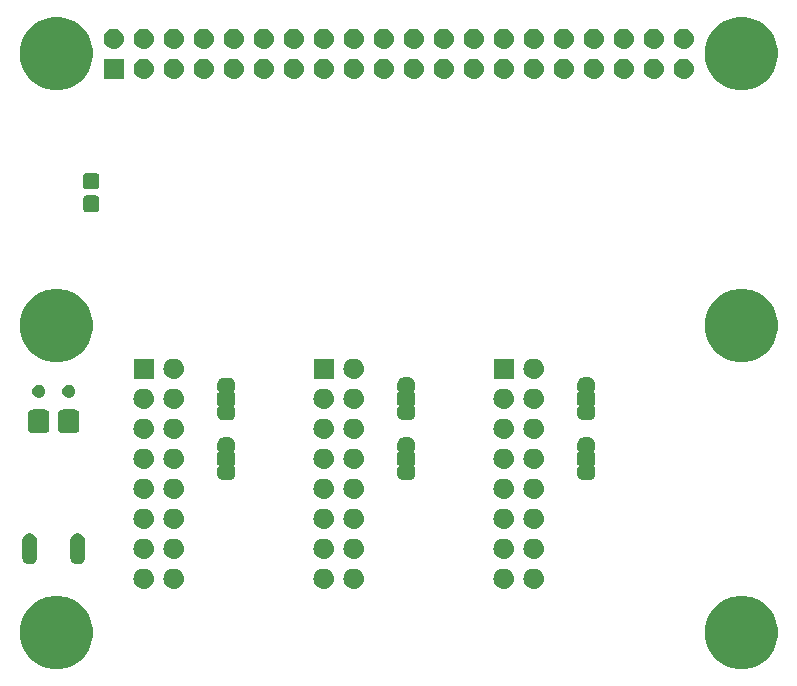
<source format=gbr>
G04 #@! TF.GenerationSoftware,KiCad,Pcbnew,5.0.2-bee76a0~70~ubuntu18.04.1*
G04 #@! TF.CreationDate,2019-03-16T21:16:43-04:00*
G04 #@! TF.ProjectId,rpi-rgb-led-matrix-hat,7270692d-7267-4622-9d6c-65642d6d6174,1.2*
G04 #@! TF.SameCoordinates,Original*
G04 #@! TF.FileFunction,Soldermask,Bot*
G04 #@! TF.FilePolarity,Negative*
%FSLAX46Y46*%
G04 Gerber Fmt 4.6, Leading zero omitted, Abs format (unit mm)*
G04 Created by KiCad (PCBNEW 5.0.2-bee76a0~70~ubuntu18.04.1) date Sat 16 Mar 2019 21:16:43 EDT*
%MOMM*%
%LPD*%
G01*
G04 APERTURE LIST*
%ADD10C,0.100000*%
G04 APERTURE END LIST*
D10*
G36*
X53834599Y-44709421D02*
X54034237Y-44749131D01*
X54598401Y-44982815D01*
X55106135Y-45322072D01*
X55537928Y-45753865D01*
X55877185Y-46261599D01*
X56110869Y-46825763D01*
X56230000Y-47424677D01*
X56230000Y-48035323D01*
X56110869Y-48634237D01*
X55877185Y-49198401D01*
X55537928Y-49706135D01*
X55106135Y-50137928D01*
X54598401Y-50477185D01*
X54034237Y-50710869D01*
X53834599Y-50750579D01*
X53435325Y-50830000D01*
X52824675Y-50830000D01*
X52425401Y-50750579D01*
X52225763Y-50710869D01*
X51661599Y-50477185D01*
X51153865Y-50137928D01*
X50722072Y-49706135D01*
X50382815Y-49198401D01*
X50149131Y-48634237D01*
X50030000Y-48035323D01*
X50030000Y-47424677D01*
X50149131Y-46825763D01*
X50382815Y-46261599D01*
X50722072Y-45753865D01*
X51153865Y-45322072D01*
X51661599Y-44982815D01*
X52225763Y-44749131D01*
X52425401Y-44709421D01*
X52824675Y-44630000D01*
X53435325Y-44630000D01*
X53834599Y-44709421D01*
X53834599Y-44709421D01*
G37*
G36*
X-4165401Y-44709421D02*
X-3965763Y-44749131D01*
X-3401599Y-44982815D01*
X-2893865Y-45322072D01*
X-2462072Y-45753865D01*
X-2122815Y-46261599D01*
X-1889131Y-46825763D01*
X-1770000Y-47424677D01*
X-1770000Y-48035323D01*
X-1889131Y-48634237D01*
X-2122815Y-49198401D01*
X-2462072Y-49706135D01*
X-2893865Y-50137928D01*
X-3401599Y-50477185D01*
X-3965763Y-50710869D01*
X-4165401Y-50750579D01*
X-4564675Y-50830000D01*
X-5175325Y-50830000D01*
X-5574599Y-50750579D01*
X-5774237Y-50710869D01*
X-6338401Y-50477185D01*
X-6846135Y-50137928D01*
X-7277928Y-49706135D01*
X-7617185Y-49198401D01*
X-7850869Y-48634237D01*
X-7970000Y-48035323D01*
X-7970000Y-47424677D01*
X-7850869Y-46825763D01*
X-7617185Y-46261599D01*
X-7277928Y-45753865D01*
X-6846135Y-45322072D01*
X-6338401Y-44982815D01*
X-5774237Y-44749131D01*
X-5574599Y-44709421D01*
X-5175325Y-44630000D01*
X-4564675Y-44630000D01*
X-4165401Y-44709421D01*
X-4165401Y-44709421D01*
G37*
G36*
X33104712Y-42320565D02*
X33189295Y-42328896D01*
X33309727Y-42365429D01*
X33352088Y-42378279D01*
X33502112Y-42458468D01*
X33633612Y-42566388D01*
X33741532Y-42697888D01*
X33821721Y-42847912D01*
X33821722Y-42847916D01*
X33871104Y-43010705D01*
X33887778Y-43180000D01*
X33871104Y-43349295D01*
X33834571Y-43469727D01*
X33821721Y-43512088D01*
X33741532Y-43662112D01*
X33633612Y-43793612D01*
X33502112Y-43901532D01*
X33352088Y-43981721D01*
X33309727Y-43994571D01*
X33189295Y-44031104D01*
X33104712Y-44039435D01*
X33062421Y-44043600D01*
X32977579Y-44043600D01*
X32935288Y-44039435D01*
X32850705Y-44031104D01*
X32730273Y-43994571D01*
X32687912Y-43981721D01*
X32537888Y-43901532D01*
X32406388Y-43793612D01*
X32298468Y-43662112D01*
X32218279Y-43512088D01*
X32205429Y-43469727D01*
X32168896Y-43349295D01*
X32152222Y-43180000D01*
X32168896Y-43010705D01*
X32218278Y-42847916D01*
X32218279Y-42847912D01*
X32298468Y-42697888D01*
X32406388Y-42566388D01*
X32537888Y-42458468D01*
X32687912Y-42378279D01*
X32730273Y-42365429D01*
X32850705Y-42328896D01*
X32935288Y-42320565D01*
X32977579Y-42316400D01*
X33062421Y-42316400D01*
X33104712Y-42320565D01*
X33104712Y-42320565D01*
G37*
G36*
X5164712Y-42320565D02*
X5249295Y-42328896D01*
X5369727Y-42365429D01*
X5412088Y-42378279D01*
X5562112Y-42458468D01*
X5693612Y-42566388D01*
X5801532Y-42697888D01*
X5881721Y-42847912D01*
X5881722Y-42847916D01*
X5931104Y-43010705D01*
X5947778Y-43180000D01*
X5931104Y-43349295D01*
X5894571Y-43469727D01*
X5881721Y-43512088D01*
X5801532Y-43662112D01*
X5693612Y-43793612D01*
X5562112Y-43901532D01*
X5412088Y-43981721D01*
X5369727Y-43994571D01*
X5249295Y-44031104D01*
X5164712Y-44039435D01*
X5122421Y-44043600D01*
X5037579Y-44043600D01*
X4995288Y-44039435D01*
X4910705Y-44031104D01*
X4790273Y-43994571D01*
X4747912Y-43981721D01*
X4597888Y-43901532D01*
X4466388Y-43793612D01*
X4358468Y-43662112D01*
X4278279Y-43512088D01*
X4265429Y-43469727D01*
X4228896Y-43349295D01*
X4212222Y-43180000D01*
X4228896Y-43010705D01*
X4278278Y-42847916D01*
X4278279Y-42847912D01*
X4358468Y-42697888D01*
X4466388Y-42566388D01*
X4597888Y-42458468D01*
X4747912Y-42378279D01*
X4790273Y-42365429D01*
X4910705Y-42328896D01*
X4995288Y-42320565D01*
X5037579Y-42316400D01*
X5122421Y-42316400D01*
X5164712Y-42320565D01*
X5164712Y-42320565D01*
G37*
G36*
X2624712Y-42320565D02*
X2709295Y-42328896D01*
X2829727Y-42365429D01*
X2872088Y-42378279D01*
X3022112Y-42458468D01*
X3153612Y-42566388D01*
X3261532Y-42697888D01*
X3341721Y-42847912D01*
X3341722Y-42847916D01*
X3391104Y-43010705D01*
X3407778Y-43180000D01*
X3391104Y-43349295D01*
X3354571Y-43469727D01*
X3341721Y-43512088D01*
X3261532Y-43662112D01*
X3153612Y-43793612D01*
X3022112Y-43901532D01*
X2872088Y-43981721D01*
X2829727Y-43994571D01*
X2709295Y-44031104D01*
X2624712Y-44039435D01*
X2582421Y-44043600D01*
X2497579Y-44043600D01*
X2455288Y-44039435D01*
X2370705Y-44031104D01*
X2250273Y-43994571D01*
X2207912Y-43981721D01*
X2057888Y-43901532D01*
X1926388Y-43793612D01*
X1818468Y-43662112D01*
X1738279Y-43512088D01*
X1725429Y-43469727D01*
X1688896Y-43349295D01*
X1672222Y-43180000D01*
X1688896Y-43010705D01*
X1738278Y-42847916D01*
X1738279Y-42847912D01*
X1818468Y-42697888D01*
X1926388Y-42566388D01*
X2057888Y-42458468D01*
X2207912Y-42378279D01*
X2250273Y-42365429D01*
X2370705Y-42328896D01*
X2455288Y-42320565D01*
X2497579Y-42316400D01*
X2582421Y-42316400D01*
X2624712Y-42320565D01*
X2624712Y-42320565D01*
G37*
G36*
X20404712Y-42320565D02*
X20489295Y-42328896D01*
X20609727Y-42365429D01*
X20652088Y-42378279D01*
X20802112Y-42458468D01*
X20933612Y-42566388D01*
X21041532Y-42697888D01*
X21121721Y-42847912D01*
X21121722Y-42847916D01*
X21171104Y-43010705D01*
X21187778Y-43180000D01*
X21171104Y-43349295D01*
X21134571Y-43469727D01*
X21121721Y-43512088D01*
X21041532Y-43662112D01*
X20933612Y-43793612D01*
X20802112Y-43901532D01*
X20652088Y-43981721D01*
X20609727Y-43994571D01*
X20489295Y-44031104D01*
X20404712Y-44039435D01*
X20362421Y-44043600D01*
X20277579Y-44043600D01*
X20235288Y-44039435D01*
X20150705Y-44031104D01*
X20030273Y-43994571D01*
X19987912Y-43981721D01*
X19837888Y-43901532D01*
X19706388Y-43793612D01*
X19598468Y-43662112D01*
X19518279Y-43512088D01*
X19505429Y-43469727D01*
X19468896Y-43349295D01*
X19452222Y-43180000D01*
X19468896Y-43010705D01*
X19518278Y-42847916D01*
X19518279Y-42847912D01*
X19598468Y-42697888D01*
X19706388Y-42566388D01*
X19837888Y-42458468D01*
X19987912Y-42378279D01*
X20030273Y-42365429D01*
X20150705Y-42328896D01*
X20235288Y-42320565D01*
X20277579Y-42316400D01*
X20362421Y-42316400D01*
X20404712Y-42320565D01*
X20404712Y-42320565D01*
G37*
G36*
X17864712Y-42320565D02*
X17949295Y-42328896D01*
X18069727Y-42365429D01*
X18112088Y-42378279D01*
X18262112Y-42458468D01*
X18393612Y-42566388D01*
X18501532Y-42697888D01*
X18581721Y-42847912D01*
X18581722Y-42847916D01*
X18631104Y-43010705D01*
X18647778Y-43180000D01*
X18631104Y-43349295D01*
X18594571Y-43469727D01*
X18581721Y-43512088D01*
X18501532Y-43662112D01*
X18393612Y-43793612D01*
X18262112Y-43901532D01*
X18112088Y-43981721D01*
X18069727Y-43994571D01*
X17949295Y-44031104D01*
X17864712Y-44039435D01*
X17822421Y-44043600D01*
X17737579Y-44043600D01*
X17695288Y-44039435D01*
X17610705Y-44031104D01*
X17490273Y-43994571D01*
X17447912Y-43981721D01*
X17297888Y-43901532D01*
X17166388Y-43793612D01*
X17058468Y-43662112D01*
X16978279Y-43512088D01*
X16965429Y-43469727D01*
X16928896Y-43349295D01*
X16912222Y-43180000D01*
X16928896Y-43010705D01*
X16978278Y-42847916D01*
X16978279Y-42847912D01*
X17058468Y-42697888D01*
X17166388Y-42566388D01*
X17297888Y-42458468D01*
X17447912Y-42378279D01*
X17490273Y-42365429D01*
X17610705Y-42328896D01*
X17695288Y-42320565D01*
X17737579Y-42316400D01*
X17822421Y-42316400D01*
X17864712Y-42320565D01*
X17864712Y-42320565D01*
G37*
G36*
X35644712Y-42320565D02*
X35729295Y-42328896D01*
X35849727Y-42365429D01*
X35892088Y-42378279D01*
X36042112Y-42458468D01*
X36173612Y-42566388D01*
X36281532Y-42697888D01*
X36361721Y-42847912D01*
X36361722Y-42847916D01*
X36411104Y-43010705D01*
X36427778Y-43180000D01*
X36411104Y-43349295D01*
X36374571Y-43469727D01*
X36361721Y-43512088D01*
X36281532Y-43662112D01*
X36173612Y-43793612D01*
X36042112Y-43901532D01*
X35892088Y-43981721D01*
X35849727Y-43994571D01*
X35729295Y-44031104D01*
X35644712Y-44039435D01*
X35602421Y-44043600D01*
X35517579Y-44043600D01*
X35475288Y-44039435D01*
X35390705Y-44031104D01*
X35270273Y-43994571D01*
X35227912Y-43981721D01*
X35077888Y-43901532D01*
X34946388Y-43793612D01*
X34838468Y-43662112D01*
X34758279Y-43512088D01*
X34745429Y-43469727D01*
X34708896Y-43349295D01*
X34692222Y-43180000D01*
X34708896Y-43010705D01*
X34758278Y-42847916D01*
X34758279Y-42847912D01*
X34838468Y-42697888D01*
X34946388Y-42566388D01*
X35077888Y-42458468D01*
X35227912Y-42378279D01*
X35270273Y-42365429D01*
X35390705Y-42328896D01*
X35475288Y-42320565D01*
X35517579Y-42316400D01*
X35602421Y-42316400D01*
X35644712Y-42320565D01*
X35644712Y-42320565D01*
G37*
G36*
X-2932003Y-39348280D02*
X-2920578Y-39349405D01*
X-2859316Y-39367989D01*
X-2798053Y-39386573D01*
X-2733223Y-39421225D01*
X-2685136Y-39446928D01*
X-2685135Y-39446929D01*
X-2685133Y-39446930D01*
X-2586157Y-39528157D01*
X-2504930Y-39627132D01*
X-2444573Y-39740052D01*
X-2407405Y-39862578D01*
X-2398000Y-39958068D01*
X-2398000Y-41321932D01*
X-2407405Y-41417422D01*
X-2444573Y-41539948D01*
X-2504930Y-41652868D01*
X-2586157Y-41751843D01*
X-2685132Y-41833070D01*
X-2798052Y-41893427D01*
X-2859315Y-41912011D01*
X-2920577Y-41930595D01*
X-2932002Y-41931720D01*
X-3048000Y-41943145D01*
X-3163997Y-41931720D01*
X-3175422Y-41930595D01*
X-3236684Y-41912011D01*
X-3297947Y-41893427D01*
X-3410867Y-41833070D01*
X-3509842Y-41751843D01*
X-3591069Y-41652868D01*
X-3651426Y-41539948D01*
X-3688594Y-41417422D01*
X-3697999Y-41321932D01*
X-3698000Y-39958069D01*
X-3688595Y-39862579D01*
X-3688594Y-39862577D01*
X-3651427Y-39740054D01*
X-3651427Y-39740053D01*
X-3591070Y-39627133D01*
X-3509843Y-39528157D01*
X-3410868Y-39446930D01*
X-3297948Y-39386573D01*
X-3236685Y-39367989D01*
X-3175423Y-39349405D01*
X-3163998Y-39348280D01*
X-3048000Y-39336855D01*
X-2932003Y-39348280D01*
X-2932003Y-39348280D01*
G37*
G36*
X-6996003Y-39348280D02*
X-6984578Y-39349405D01*
X-6923316Y-39367989D01*
X-6862053Y-39386573D01*
X-6797223Y-39421225D01*
X-6749136Y-39446928D01*
X-6749135Y-39446929D01*
X-6749133Y-39446930D01*
X-6650157Y-39528157D01*
X-6568930Y-39627132D01*
X-6508573Y-39740052D01*
X-6471405Y-39862578D01*
X-6462000Y-39958068D01*
X-6462000Y-41321932D01*
X-6471405Y-41417422D01*
X-6508573Y-41539948D01*
X-6568930Y-41652868D01*
X-6650157Y-41751843D01*
X-6749132Y-41833070D01*
X-6862052Y-41893427D01*
X-6923315Y-41912011D01*
X-6984577Y-41930595D01*
X-6996002Y-41931720D01*
X-7112000Y-41943145D01*
X-7227997Y-41931720D01*
X-7239422Y-41930595D01*
X-7300684Y-41912011D01*
X-7361947Y-41893427D01*
X-7474867Y-41833070D01*
X-7573842Y-41751843D01*
X-7655069Y-41652868D01*
X-7715426Y-41539948D01*
X-7752594Y-41417422D01*
X-7761999Y-41321932D01*
X-7762000Y-39958069D01*
X-7752595Y-39862579D01*
X-7752594Y-39862577D01*
X-7715427Y-39740054D01*
X-7715427Y-39740053D01*
X-7655070Y-39627133D01*
X-7573843Y-39528157D01*
X-7474868Y-39446930D01*
X-7361948Y-39386573D01*
X-7300685Y-39367989D01*
X-7239423Y-39349405D01*
X-7227998Y-39348280D01*
X-7112000Y-39336855D01*
X-6996003Y-39348280D01*
X-6996003Y-39348280D01*
G37*
G36*
X33104712Y-39780565D02*
X33189295Y-39788896D01*
X33309727Y-39825429D01*
X33352088Y-39838279D01*
X33502112Y-39918468D01*
X33633612Y-40026388D01*
X33741532Y-40157888D01*
X33821721Y-40307912D01*
X33821722Y-40307916D01*
X33871104Y-40470705D01*
X33887778Y-40640000D01*
X33871104Y-40809295D01*
X33834571Y-40929727D01*
X33821721Y-40972088D01*
X33741532Y-41122112D01*
X33633612Y-41253612D01*
X33502112Y-41361532D01*
X33352088Y-41441721D01*
X33309727Y-41454571D01*
X33189295Y-41491104D01*
X33104712Y-41499435D01*
X33062421Y-41503600D01*
X32977579Y-41503600D01*
X32935288Y-41499435D01*
X32850705Y-41491104D01*
X32730273Y-41454571D01*
X32687912Y-41441721D01*
X32537888Y-41361532D01*
X32406388Y-41253612D01*
X32298468Y-41122112D01*
X32218279Y-40972088D01*
X32205429Y-40929727D01*
X32168896Y-40809295D01*
X32152222Y-40640000D01*
X32168896Y-40470705D01*
X32218278Y-40307916D01*
X32218279Y-40307912D01*
X32298468Y-40157888D01*
X32406388Y-40026388D01*
X32537888Y-39918468D01*
X32687912Y-39838279D01*
X32730273Y-39825429D01*
X32850705Y-39788896D01*
X32935288Y-39780565D01*
X32977579Y-39776400D01*
X33062421Y-39776400D01*
X33104712Y-39780565D01*
X33104712Y-39780565D01*
G37*
G36*
X5164712Y-39780565D02*
X5249295Y-39788896D01*
X5369727Y-39825429D01*
X5412088Y-39838279D01*
X5562112Y-39918468D01*
X5693612Y-40026388D01*
X5801532Y-40157888D01*
X5881721Y-40307912D01*
X5881722Y-40307916D01*
X5931104Y-40470705D01*
X5947778Y-40640000D01*
X5931104Y-40809295D01*
X5894571Y-40929727D01*
X5881721Y-40972088D01*
X5801532Y-41122112D01*
X5693612Y-41253612D01*
X5562112Y-41361532D01*
X5412088Y-41441721D01*
X5369727Y-41454571D01*
X5249295Y-41491104D01*
X5164712Y-41499435D01*
X5122421Y-41503600D01*
X5037579Y-41503600D01*
X4995288Y-41499435D01*
X4910705Y-41491104D01*
X4790273Y-41454571D01*
X4747912Y-41441721D01*
X4597888Y-41361532D01*
X4466388Y-41253612D01*
X4358468Y-41122112D01*
X4278279Y-40972088D01*
X4265429Y-40929727D01*
X4228896Y-40809295D01*
X4212222Y-40640000D01*
X4228896Y-40470705D01*
X4278278Y-40307916D01*
X4278279Y-40307912D01*
X4358468Y-40157888D01*
X4466388Y-40026388D01*
X4597888Y-39918468D01*
X4747912Y-39838279D01*
X4790273Y-39825429D01*
X4910705Y-39788896D01*
X4995288Y-39780565D01*
X5037579Y-39776400D01*
X5122421Y-39776400D01*
X5164712Y-39780565D01*
X5164712Y-39780565D01*
G37*
G36*
X2624712Y-39780565D02*
X2709295Y-39788896D01*
X2829727Y-39825429D01*
X2872088Y-39838279D01*
X3022112Y-39918468D01*
X3153612Y-40026388D01*
X3261532Y-40157888D01*
X3341721Y-40307912D01*
X3341722Y-40307916D01*
X3391104Y-40470705D01*
X3407778Y-40640000D01*
X3391104Y-40809295D01*
X3354571Y-40929727D01*
X3341721Y-40972088D01*
X3261532Y-41122112D01*
X3153612Y-41253612D01*
X3022112Y-41361532D01*
X2872088Y-41441721D01*
X2829727Y-41454571D01*
X2709295Y-41491104D01*
X2624712Y-41499435D01*
X2582421Y-41503600D01*
X2497579Y-41503600D01*
X2455288Y-41499435D01*
X2370705Y-41491104D01*
X2250273Y-41454571D01*
X2207912Y-41441721D01*
X2057888Y-41361532D01*
X1926388Y-41253612D01*
X1818468Y-41122112D01*
X1738279Y-40972088D01*
X1725429Y-40929727D01*
X1688896Y-40809295D01*
X1672222Y-40640000D01*
X1688896Y-40470705D01*
X1738278Y-40307916D01*
X1738279Y-40307912D01*
X1818468Y-40157888D01*
X1926388Y-40026388D01*
X2057888Y-39918468D01*
X2207912Y-39838279D01*
X2250273Y-39825429D01*
X2370705Y-39788896D01*
X2455288Y-39780565D01*
X2497579Y-39776400D01*
X2582421Y-39776400D01*
X2624712Y-39780565D01*
X2624712Y-39780565D01*
G37*
G36*
X20404712Y-39780565D02*
X20489295Y-39788896D01*
X20609727Y-39825429D01*
X20652088Y-39838279D01*
X20802112Y-39918468D01*
X20933612Y-40026388D01*
X21041532Y-40157888D01*
X21121721Y-40307912D01*
X21121722Y-40307916D01*
X21171104Y-40470705D01*
X21187778Y-40640000D01*
X21171104Y-40809295D01*
X21134571Y-40929727D01*
X21121721Y-40972088D01*
X21041532Y-41122112D01*
X20933612Y-41253612D01*
X20802112Y-41361532D01*
X20652088Y-41441721D01*
X20609727Y-41454571D01*
X20489295Y-41491104D01*
X20404712Y-41499435D01*
X20362421Y-41503600D01*
X20277579Y-41503600D01*
X20235288Y-41499435D01*
X20150705Y-41491104D01*
X20030273Y-41454571D01*
X19987912Y-41441721D01*
X19837888Y-41361532D01*
X19706388Y-41253612D01*
X19598468Y-41122112D01*
X19518279Y-40972088D01*
X19505429Y-40929727D01*
X19468896Y-40809295D01*
X19452222Y-40640000D01*
X19468896Y-40470705D01*
X19518278Y-40307916D01*
X19518279Y-40307912D01*
X19598468Y-40157888D01*
X19706388Y-40026388D01*
X19837888Y-39918468D01*
X19987912Y-39838279D01*
X20030273Y-39825429D01*
X20150705Y-39788896D01*
X20235288Y-39780565D01*
X20277579Y-39776400D01*
X20362421Y-39776400D01*
X20404712Y-39780565D01*
X20404712Y-39780565D01*
G37*
G36*
X17864712Y-39780565D02*
X17949295Y-39788896D01*
X18069727Y-39825429D01*
X18112088Y-39838279D01*
X18262112Y-39918468D01*
X18393612Y-40026388D01*
X18501532Y-40157888D01*
X18581721Y-40307912D01*
X18581722Y-40307916D01*
X18631104Y-40470705D01*
X18647778Y-40640000D01*
X18631104Y-40809295D01*
X18594571Y-40929727D01*
X18581721Y-40972088D01*
X18501532Y-41122112D01*
X18393612Y-41253612D01*
X18262112Y-41361532D01*
X18112088Y-41441721D01*
X18069727Y-41454571D01*
X17949295Y-41491104D01*
X17864712Y-41499435D01*
X17822421Y-41503600D01*
X17737579Y-41503600D01*
X17695288Y-41499435D01*
X17610705Y-41491104D01*
X17490273Y-41454571D01*
X17447912Y-41441721D01*
X17297888Y-41361532D01*
X17166388Y-41253612D01*
X17058468Y-41122112D01*
X16978279Y-40972088D01*
X16965429Y-40929727D01*
X16928896Y-40809295D01*
X16912222Y-40640000D01*
X16928896Y-40470705D01*
X16978278Y-40307916D01*
X16978279Y-40307912D01*
X17058468Y-40157888D01*
X17166388Y-40026388D01*
X17297888Y-39918468D01*
X17447912Y-39838279D01*
X17490273Y-39825429D01*
X17610705Y-39788896D01*
X17695288Y-39780565D01*
X17737579Y-39776400D01*
X17822421Y-39776400D01*
X17864712Y-39780565D01*
X17864712Y-39780565D01*
G37*
G36*
X35644712Y-39780565D02*
X35729295Y-39788896D01*
X35849727Y-39825429D01*
X35892088Y-39838279D01*
X36042112Y-39918468D01*
X36173612Y-40026388D01*
X36281532Y-40157888D01*
X36361721Y-40307912D01*
X36361722Y-40307916D01*
X36411104Y-40470705D01*
X36427778Y-40640000D01*
X36411104Y-40809295D01*
X36374571Y-40929727D01*
X36361721Y-40972088D01*
X36281532Y-41122112D01*
X36173612Y-41253612D01*
X36042112Y-41361532D01*
X35892088Y-41441721D01*
X35849727Y-41454571D01*
X35729295Y-41491104D01*
X35644712Y-41499435D01*
X35602421Y-41503600D01*
X35517579Y-41503600D01*
X35475288Y-41499435D01*
X35390705Y-41491104D01*
X35270273Y-41454571D01*
X35227912Y-41441721D01*
X35077888Y-41361532D01*
X34946388Y-41253612D01*
X34838468Y-41122112D01*
X34758279Y-40972088D01*
X34745429Y-40929727D01*
X34708896Y-40809295D01*
X34692222Y-40640000D01*
X34708896Y-40470705D01*
X34758278Y-40307916D01*
X34758279Y-40307912D01*
X34838468Y-40157888D01*
X34946388Y-40026388D01*
X35077888Y-39918468D01*
X35227912Y-39838279D01*
X35270273Y-39825429D01*
X35390705Y-39788896D01*
X35475288Y-39780565D01*
X35517579Y-39776400D01*
X35602421Y-39776400D01*
X35644712Y-39780565D01*
X35644712Y-39780565D01*
G37*
G36*
X33104712Y-37240565D02*
X33189295Y-37248896D01*
X33309727Y-37285429D01*
X33352088Y-37298279D01*
X33502112Y-37378468D01*
X33633612Y-37486388D01*
X33741532Y-37617888D01*
X33821721Y-37767912D01*
X33821722Y-37767916D01*
X33871104Y-37930705D01*
X33887778Y-38100000D01*
X33871104Y-38269295D01*
X33834571Y-38389727D01*
X33821721Y-38432088D01*
X33741532Y-38582112D01*
X33633612Y-38713612D01*
X33502112Y-38821532D01*
X33352088Y-38901721D01*
X33309727Y-38914571D01*
X33189295Y-38951104D01*
X33104712Y-38959435D01*
X33062421Y-38963600D01*
X32977579Y-38963600D01*
X32935288Y-38959435D01*
X32850705Y-38951104D01*
X32730273Y-38914571D01*
X32687912Y-38901721D01*
X32537888Y-38821532D01*
X32406388Y-38713612D01*
X32298468Y-38582112D01*
X32218279Y-38432088D01*
X32205429Y-38389727D01*
X32168896Y-38269295D01*
X32152222Y-38100000D01*
X32168896Y-37930705D01*
X32218278Y-37767916D01*
X32218279Y-37767912D01*
X32298468Y-37617888D01*
X32406388Y-37486388D01*
X32537888Y-37378468D01*
X32687912Y-37298279D01*
X32730273Y-37285429D01*
X32850705Y-37248896D01*
X32935288Y-37240565D01*
X32977579Y-37236400D01*
X33062421Y-37236400D01*
X33104712Y-37240565D01*
X33104712Y-37240565D01*
G37*
G36*
X17864712Y-37240565D02*
X17949295Y-37248896D01*
X18069727Y-37285429D01*
X18112088Y-37298279D01*
X18262112Y-37378468D01*
X18393612Y-37486388D01*
X18501532Y-37617888D01*
X18581721Y-37767912D01*
X18581722Y-37767916D01*
X18631104Y-37930705D01*
X18647778Y-38100000D01*
X18631104Y-38269295D01*
X18594571Y-38389727D01*
X18581721Y-38432088D01*
X18501532Y-38582112D01*
X18393612Y-38713612D01*
X18262112Y-38821532D01*
X18112088Y-38901721D01*
X18069727Y-38914571D01*
X17949295Y-38951104D01*
X17864712Y-38959435D01*
X17822421Y-38963600D01*
X17737579Y-38963600D01*
X17695288Y-38959435D01*
X17610705Y-38951104D01*
X17490273Y-38914571D01*
X17447912Y-38901721D01*
X17297888Y-38821532D01*
X17166388Y-38713612D01*
X17058468Y-38582112D01*
X16978279Y-38432088D01*
X16965429Y-38389727D01*
X16928896Y-38269295D01*
X16912222Y-38100000D01*
X16928896Y-37930705D01*
X16978278Y-37767916D01*
X16978279Y-37767912D01*
X17058468Y-37617888D01*
X17166388Y-37486388D01*
X17297888Y-37378468D01*
X17447912Y-37298279D01*
X17490273Y-37285429D01*
X17610705Y-37248896D01*
X17695288Y-37240565D01*
X17737579Y-37236400D01*
X17822421Y-37236400D01*
X17864712Y-37240565D01*
X17864712Y-37240565D01*
G37*
G36*
X35644712Y-37240565D02*
X35729295Y-37248896D01*
X35849727Y-37285429D01*
X35892088Y-37298279D01*
X36042112Y-37378468D01*
X36173612Y-37486388D01*
X36281532Y-37617888D01*
X36361721Y-37767912D01*
X36361722Y-37767916D01*
X36411104Y-37930705D01*
X36427778Y-38100000D01*
X36411104Y-38269295D01*
X36374571Y-38389727D01*
X36361721Y-38432088D01*
X36281532Y-38582112D01*
X36173612Y-38713612D01*
X36042112Y-38821532D01*
X35892088Y-38901721D01*
X35849727Y-38914571D01*
X35729295Y-38951104D01*
X35644712Y-38959435D01*
X35602421Y-38963600D01*
X35517579Y-38963600D01*
X35475288Y-38959435D01*
X35390705Y-38951104D01*
X35270273Y-38914571D01*
X35227912Y-38901721D01*
X35077888Y-38821532D01*
X34946388Y-38713612D01*
X34838468Y-38582112D01*
X34758279Y-38432088D01*
X34745429Y-38389727D01*
X34708896Y-38269295D01*
X34692222Y-38100000D01*
X34708896Y-37930705D01*
X34758278Y-37767916D01*
X34758279Y-37767912D01*
X34838468Y-37617888D01*
X34946388Y-37486388D01*
X35077888Y-37378468D01*
X35227912Y-37298279D01*
X35270273Y-37285429D01*
X35390705Y-37248896D01*
X35475288Y-37240565D01*
X35517579Y-37236400D01*
X35602421Y-37236400D01*
X35644712Y-37240565D01*
X35644712Y-37240565D01*
G37*
G36*
X20404712Y-37240565D02*
X20489295Y-37248896D01*
X20609727Y-37285429D01*
X20652088Y-37298279D01*
X20802112Y-37378468D01*
X20933612Y-37486388D01*
X21041532Y-37617888D01*
X21121721Y-37767912D01*
X21121722Y-37767916D01*
X21171104Y-37930705D01*
X21187778Y-38100000D01*
X21171104Y-38269295D01*
X21134571Y-38389727D01*
X21121721Y-38432088D01*
X21041532Y-38582112D01*
X20933612Y-38713612D01*
X20802112Y-38821532D01*
X20652088Y-38901721D01*
X20609727Y-38914571D01*
X20489295Y-38951104D01*
X20404712Y-38959435D01*
X20362421Y-38963600D01*
X20277579Y-38963600D01*
X20235288Y-38959435D01*
X20150705Y-38951104D01*
X20030273Y-38914571D01*
X19987912Y-38901721D01*
X19837888Y-38821532D01*
X19706388Y-38713612D01*
X19598468Y-38582112D01*
X19518279Y-38432088D01*
X19505429Y-38389727D01*
X19468896Y-38269295D01*
X19452222Y-38100000D01*
X19468896Y-37930705D01*
X19518278Y-37767916D01*
X19518279Y-37767912D01*
X19598468Y-37617888D01*
X19706388Y-37486388D01*
X19837888Y-37378468D01*
X19987912Y-37298279D01*
X20030273Y-37285429D01*
X20150705Y-37248896D01*
X20235288Y-37240565D01*
X20277579Y-37236400D01*
X20362421Y-37236400D01*
X20404712Y-37240565D01*
X20404712Y-37240565D01*
G37*
G36*
X5164712Y-37240565D02*
X5249295Y-37248896D01*
X5369727Y-37285429D01*
X5412088Y-37298279D01*
X5562112Y-37378468D01*
X5693612Y-37486388D01*
X5801532Y-37617888D01*
X5881721Y-37767912D01*
X5881722Y-37767916D01*
X5931104Y-37930705D01*
X5947778Y-38100000D01*
X5931104Y-38269295D01*
X5894571Y-38389727D01*
X5881721Y-38432088D01*
X5801532Y-38582112D01*
X5693612Y-38713612D01*
X5562112Y-38821532D01*
X5412088Y-38901721D01*
X5369727Y-38914571D01*
X5249295Y-38951104D01*
X5164712Y-38959435D01*
X5122421Y-38963600D01*
X5037579Y-38963600D01*
X4995288Y-38959435D01*
X4910705Y-38951104D01*
X4790273Y-38914571D01*
X4747912Y-38901721D01*
X4597888Y-38821532D01*
X4466388Y-38713612D01*
X4358468Y-38582112D01*
X4278279Y-38432088D01*
X4265429Y-38389727D01*
X4228896Y-38269295D01*
X4212222Y-38100000D01*
X4228896Y-37930705D01*
X4278278Y-37767916D01*
X4278279Y-37767912D01*
X4358468Y-37617888D01*
X4466388Y-37486388D01*
X4597888Y-37378468D01*
X4747912Y-37298279D01*
X4790273Y-37285429D01*
X4910705Y-37248896D01*
X4995288Y-37240565D01*
X5037579Y-37236400D01*
X5122421Y-37236400D01*
X5164712Y-37240565D01*
X5164712Y-37240565D01*
G37*
G36*
X2624712Y-37240565D02*
X2709295Y-37248896D01*
X2829727Y-37285429D01*
X2872088Y-37298279D01*
X3022112Y-37378468D01*
X3153612Y-37486388D01*
X3261532Y-37617888D01*
X3341721Y-37767912D01*
X3341722Y-37767916D01*
X3391104Y-37930705D01*
X3407778Y-38100000D01*
X3391104Y-38269295D01*
X3354571Y-38389727D01*
X3341721Y-38432088D01*
X3261532Y-38582112D01*
X3153612Y-38713612D01*
X3022112Y-38821532D01*
X2872088Y-38901721D01*
X2829727Y-38914571D01*
X2709295Y-38951104D01*
X2624712Y-38959435D01*
X2582421Y-38963600D01*
X2497579Y-38963600D01*
X2455288Y-38959435D01*
X2370705Y-38951104D01*
X2250273Y-38914571D01*
X2207912Y-38901721D01*
X2057888Y-38821532D01*
X1926388Y-38713612D01*
X1818468Y-38582112D01*
X1738279Y-38432088D01*
X1725429Y-38389727D01*
X1688896Y-38269295D01*
X1672222Y-38100000D01*
X1688896Y-37930705D01*
X1738278Y-37767916D01*
X1738279Y-37767912D01*
X1818468Y-37617888D01*
X1926388Y-37486388D01*
X2057888Y-37378468D01*
X2207912Y-37298279D01*
X2250273Y-37285429D01*
X2370705Y-37248896D01*
X2455288Y-37240565D01*
X2497579Y-37236400D01*
X2582421Y-37236400D01*
X2624712Y-37240565D01*
X2624712Y-37240565D01*
G37*
G36*
X20404712Y-34700565D02*
X20489295Y-34708896D01*
X20609727Y-34745429D01*
X20652088Y-34758279D01*
X20802112Y-34838468D01*
X20933612Y-34946388D01*
X21041532Y-35077888D01*
X21121721Y-35227912D01*
X21121722Y-35227916D01*
X21171104Y-35390705D01*
X21187778Y-35560000D01*
X21171104Y-35729295D01*
X21134571Y-35849727D01*
X21121721Y-35892088D01*
X21041532Y-36042112D01*
X20933612Y-36173612D01*
X20802112Y-36281532D01*
X20652088Y-36361721D01*
X20609727Y-36374571D01*
X20489295Y-36411104D01*
X20404712Y-36419435D01*
X20362421Y-36423600D01*
X20277579Y-36423600D01*
X20235288Y-36419435D01*
X20150705Y-36411104D01*
X20030273Y-36374571D01*
X19987912Y-36361721D01*
X19837888Y-36281532D01*
X19706388Y-36173612D01*
X19598468Y-36042112D01*
X19518279Y-35892088D01*
X19505429Y-35849727D01*
X19468896Y-35729295D01*
X19452222Y-35560000D01*
X19468896Y-35390705D01*
X19518278Y-35227916D01*
X19518279Y-35227912D01*
X19598468Y-35077888D01*
X19706388Y-34946388D01*
X19837888Y-34838468D01*
X19987912Y-34758279D01*
X20030273Y-34745429D01*
X20150705Y-34708896D01*
X20235288Y-34700565D01*
X20277579Y-34696400D01*
X20362421Y-34696400D01*
X20404712Y-34700565D01*
X20404712Y-34700565D01*
G37*
G36*
X35644712Y-34700565D02*
X35729295Y-34708896D01*
X35849727Y-34745429D01*
X35892088Y-34758279D01*
X36042112Y-34838468D01*
X36173612Y-34946388D01*
X36281532Y-35077888D01*
X36361721Y-35227912D01*
X36361722Y-35227916D01*
X36411104Y-35390705D01*
X36427778Y-35560000D01*
X36411104Y-35729295D01*
X36374571Y-35849727D01*
X36361721Y-35892088D01*
X36281532Y-36042112D01*
X36173612Y-36173612D01*
X36042112Y-36281532D01*
X35892088Y-36361721D01*
X35849727Y-36374571D01*
X35729295Y-36411104D01*
X35644712Y-36419435D01*
X35602421Y-36423600D01*
X35517579Y-36423600D01*
X35475288Y-36419435D01*
X35390705Y-36411104D01*
X35270273Y-36374571D01*
X35227912Y-36361721D01*
X35077888Y-36281532D01*
X34946388Y-36173612D01*
X34838468Y-36042112D01*
X34758279Y-35892088D01*
X34745429Y-35849727D01*
X34708896Y-35729295D01*
X34692222Y-35560000D01*
X34708896Y-35390705D01*
X34758278Y-35227916D01*
X34758279Y-35227912D01*
X34838468Y-35077888D01*
X34946388Y-34946388D01*
X35077888Y-34838468D01*
X35227912Y-34758279D01*
X35270273Y-34745429D01*
X35390705Y-34708896D01*
X35475288Y-34700565D01*
X35517579Y-34696400D01*
X35602421Y-34696400D01*
X35644712Y-34700565D01*
X35644712Y-34700565D01*
G37*
G36*
X33104712Y-34700565D02*
X33189295Y-34708896D01*
X33309727Y-34745429D01*
X33352088Y-34758279D01*
X33502112Y-34838468D01*
X33633612Y-34946388D01*
X33741532Y-35077888D01*
X33821721Y-35227912D01*
X33821722Y-35227916D01*
X33871104Y-35390705D01*
X33887778Y-35560000D01*
X33871104Y-35729295D01*
X33834571Y-35849727D01*
X33821721Y-35892088D01*
X33741532Y-36042112D01*
X33633612Y-36173612D01*
X33502112Y-36281532D01*
X33352088Y-36361721D01*
X33309727Y-36374571D01*
X33189295Y-36411104D01*
X33104712Y-36419435D01*
X33062421Y-36423600D01*
X32977579Y-36423600D01*
X32935288Y-36419435D01*
X32850705Y-36411104D01*
X32730273Y-36374571D01*
X32687912Y-36361721D01*
X32537888Y-36281532D01*
X32406388Y-36173612D01*
X32298468Y-36042112D01*
X32218279Y-35892088D01*
X32205429Y-35849727D01*
X32168896Y-35729295D01*
X32152222Y-35560000D01*
X32168896Y-35390705D01*
X32218278Y-35227916D01*
X32218279Y-35227912D01*
X32298468Y-35077888D01*
X32406388Y-34946388D01*
X32537888Y-34838468D01*
X32687912Y-34758279D01*
X32730273Y-34745429D01*
X32850705Y-34708896D01*
X32935288Y-34700565D01*
X32977579Y-34696400D01*
X33062421Y-34696400D01*
X33104712Y-34700565D01*
X33104712Y-34700565D01*
G37*
G36*
X5164712Y-34700565D02*
X5249295Y-34708896D01*
X5369727Y-34745429D01*
X5412088Y-34758279D01*
X5562112Y-34838468D01*
X5693612Y-34946388D01*
X5801532Y-35077888D01*
X5881721Y-35227912D01*
X5881722Y-35227916D01*
X5931104Y-35390705D01*
X5947778Y-35560000D01*
X5931104Y-35729295D01*
X5894571Y-35849727D01*
X5881721Y-35892088D01*
X5801532Y-36042112D01*
X5693612Y-36173612D01*
X5562112Y-36281532D01*
X5412088Y-36361721D01*
X5369727Y-36374571D01*
X5249295Y-36411104D01*
X5164712Y-36419435D01*
X5122421Y-36423600D01*
X5037579Y-36423600D01*
X4995288Y-36419435D01*
X4910705Y-36411104D01*
X4790273Y-36374571D01*
X4747912Y-36361721D01*
X4597888Y-36281532D01*
X4466388Y-36173612D01*
X4358468Y-36042112D01*
X4278279Y-35892088D01*
X4265429Y-35849727D01*
X4228896Y-35729295D01*
X4212222Y-35560000D01*
X4228896Y-35390705D01*
X4278278Y-35227916D01*
X4278279Y-35227912D01*
X4358468Y-35077888D01*
X4466388Y-34946388D01*
X4597888Y-34838468D01*
X4747912Y-34758279D01*
X4790273Y-34745429D01*
X4910705Y-34708896D01*
X4995288Y-34700565D01*
X5037579Y-34696400D01*
X5122421Y-34696400D01*
X5164712Y-34700565D01*
X5164712Y-34700565D01*
G37*
G36*
X2624712Y-34700565D02*
X2709295Y-34708896D01*
X2829727Y-34745429D01*
X2872088Y-34758279D01*
X3022112Y-34838468D01*
X3153612Y-34946388D01*
X3261532Y-35077888D01*
X3341721Y-35227912D01*
X3341722Y-35227916D01*
X3391104Y-35390705D01*
X3407778Y-35560000D01*
X3391104Y-35729295D01*
X3354571Y-35849727D01*
X3341721Y-35892088D01*
X3261532Y-36042112D01*
X3153612Y-36173612D01*
X3022112Y-36281532D01*
X2872088Y-36361721D01*
X2829727Y-36374571D01*
X2709295Y-36411104D01*
X2624712Y-36419435D01*
X2582421Y-36423600D01*
X2497579Y-36423600D01*
X2455288Y-36419435D01*
X2370705Y-36411104D01*
X2250273Y-36374571D01*
X2207912Y-36361721D01*
X2057888Y-36281532D01*
X1926388Y-36173612D01*
X1818468Y-36042112D01*
X1738279Y-35892088D01*
X1725429Y-35849727D01*
X1688896Y-35729295D01*
X1672222Y-35560000D01*
X1688896Y-35390705D01*
X1738278Y-35227916D01*
X1738279Y-35227912D01*
X1818468Y-35077888D01*
X1926388Y-34946388D01*
X2057888Y-34838468D01*
X2207912Y-34758279D01*
X2250273Y-34745429D01*
X2370705Y-34708896D01*
X2455288Y-34700565D01*
X2497579Y-34696400D01*
X2582421Y-34696400D01*
X2624712Y-34700565D01*
X2624712Y-34700565D01*
G37*
G36*
X17864712Y-34700565D02*
X17949295Y-34708896D01*
X18069727Y-34745429D01*
X18112088Y-34758279D01*
X18262112Y-34838468D01*
X18393612Y-34946388D01*
X18501532Y-35077888D01*
X18581721Y-35227912D01*
X18581722Y-35227916D01*
X18631104Y-35390705D01*
X18647778Y-35560000D01*
X18631104Y-35729295D01*
X18594571Y-35849727D01*
X18581721Y-35892088D01*
X18501532Y-36042112D01*
X18393612Y-36173612D01*
X18262112Y-36281532D01*
X18112088Y-36361721D01*
X18069727Y-36374571D01*
X17949295Y-36411104D01*
X17864712Y-36419435D01*
X17822421Y-36423600D01*
X17737579Y-36423600D01*
X17695288Y-36419435D01*
X17610705Y-36411104D01*
X17490273Y-36374571D01*
X17447912Y-36361721D01*
X17297888Y-36281532D01*
X17166388Y-36173612D01*
X17058468Y-36042112D01*
X16978279Y-35892088D01*
X16965429Y-35849727D01*
X16928896Y-35729295D01*
X16912222Y-35560000D01*
X16928896Y-35390705D01*
X16978278Y-35227916D01*
X16978279Y-35227912D01*
X17058468Y-35077888D01*
X17166388Y-34946388D01*
X17297888Y-34838468D01*
X17447912Y-34758279D01*
X17490273Y-34745429D01*
X17610705Y-34708896D01*
X17695288Y-34700565D01*
X17737579Y-34696400D01*
X17822421Y-34696400D01*
X17864712Y-34700565D01*
X17864712Y-34700565D01*
G37*
G36*
X40267203Y-31221201D02*
X40279453Y-31221803D01*
X40297872Y-31221803D01*
X40310150Y-31223012D01*
X40394232Y-31239737D01*
X40406048Y-31243322D01*
X40485255Y-31276130D01*
X40496140Y-31281947D01*
X40567425Y-31329579D01*
X40576973Y-31337415D01*
X40637585Y-31398027D01*
X40645421Y-31407575D01*
X40693053Y-31478860D01*
X40698870Y-31489745D01*
X40731678Y-31568952D01*
X40735263Y-31580768D01*
X40751988Y-31664850D01*
X40753197Y-31677128D01*
X40753197Y-31695547D01*
X40753799Y-31707797D01*
X40755605Y-31726137D01*
X40755605Y-32263863D01*
X40755001Y-32269999D01*
X40754999Y-32270001D01*
X40748894Y-32270602D01*
X40724860Y-32275382D01*
X40702221Y-32284759D01*
X40681846Y-32298372D01*
X40664519Y-32315699D01*
X40650905Y-32336074D01*
X40641527Y-32358712D01*
X40636746Y-32382746D01*
X40636746Y-32407250D01*
X40641526Y-32431284D01*
X40650903Y-32453923D01*
X40664516Y-32474298D01*
X40681843Y-32491625D01*
X40702218Y-32505239D01*
X40724856Y-32514617D01*
X40748890Y-32519398D01*
X40755000Y-32519698D01*
X40755000Y-33520605D01*
X40736758Y-33522402D01*
X40713309Y-33529515D01*
X40691698Y-33541066D01*
X40672756Y-33556612D01*
X40657210Y-33575554D01*
X40645659Y-33597165D01*
X40638546Y-33620614D01*
X40636144Y-33645000D01*
X40638546Y-33669386D01*
X40645659Y-33692835D01*
X40657210Y-33714446D01*
X40672756Y-33733388D01*
X40691698Y-33748934D01*
X40713309Y-33760485D01*
X40736758Y-33767598D01*
X40748894Y-33769398D01*
X40754999Y-33769999D01*
X40754998Y-33769999D01*
X40755000Y-33770000D01*
X40755001Y-33770001D01*
X40755605Y-33776137D01*
X40755605Y-34313863D01*
X40753799Y-34332203D01*
X40753197Y-34344453D01*
X40753197Y-34362872D01*
X40751988Y-34375150D01*
X40735263Y-34459232D01*
X40731678Y-34471048D01*
X40698870Y-34550255D01*
X40693053Y-34561140D01*
X40645421Y-34632425D01*
X40637585Y-34641973D01*
X40576973Y-34702585D01*
X40567425Y-34710421D01*
X40496140Y-34758053D01*
X40485255Y-34763870D01*
X40406048Y-34796678D01*
X40394232Y-34800263D01*
X40310150Y-34816988D01*
X40297872Y-34818197D01*
X40279453Y-34818197D01*
X40267203Y-34818799D01*
X40248863Y-34820605D01*
X39761137Y-34820605D01*
X39742797Y-34818799D01*
X39730547Y-34818197D01*
X39712128Y-34818197D01*
X39699850Y-34816988D01*
X39615768Y-34800263D01*
X39603952Y-34796678D01*
X39524745Y-34763870D01*
X39513860Y-34758053D01*
X39442575Y-34710421D01*
X39433027Y-34702585D01*
X39372415Y-34641973D01*
X39364579Y-34632425D01*
X39316947Y-34561140D01*
X39311130Y-34550255D01*
X39278322Y-34471048D01*
X39274737Y-34459232D01*
X39258012Y-34375150D01*
X39256803Y-34362872D01*
X39256803Y-34344453D01*
X39256201Y-34332203D01*
X39254395Y-34313863D01*
X39254395Y-33776137D01*
X39254999Y-33770001D01*
X39255000Y-33770000D01*
X39255002Y-33769999D01*
X39255001Y-33769999D01*
X39261106Y-33769398D01*
X39285140Y-33764618D01*
X39307779Y-33755241D01*
X39328154Y-33741628D01*
X39345481Y-33724301D01*
X39359095Y-33703926D01*
X39368473Y-33681288D01*
X39373254Y-33657254D01*
X39373254Y-33632750D01*
X39368474Y-33608716D01*
X39359097Y-33586077D01*
X39345484Y-33565702D01*
X39328157Y-33548375D01*
X39307782Y-33534761D01*
X39285144Y-33525383D01*
X39261110Y-33520602D01*
X39255000Y-33520302D01*
X39255000Y-32519395D01*
X39273242Y-32517598D01*
X39296691Y-32510485D01*
X39318302Y-32498934D01*
X39337244Y-32483388D01*
X39352790Y-32464446D01*
X39364341Y-32442835D01*
X39371454Y-32419386D01*
X39373856Y-32395000D01*
X39371454Y-32370614D01*
X39364341Y-32347165D01*
X39352790Y-32325554D01*
X39337244Y-32306612D01*
X39318302Y-32291066D01*
X39296691Y-32279515D01*
X39273242Y-32272402D01*
X39261106Y-32270602D01*
X39255001Y-32270001D01*
X39254999Y-32269999D01*
X39254395Y-32263863D01*
X39254395Y-31726137D01*
X39256201Y-31707797D01*
X39256803Y-31695547D01*
X39256803Y-31677128D01*
X39258012Y-31664850D01*
X39274737Y-31580768D01*
X39278322Y-31568952D01*
X39311130Y-31489745D01*
X39316947Y-31478860D01*
X39364579Y-31407575D01*
X39372415Y-31398027D01*
X39433027Y-31337415D01*
X39442575Y-31329579D01*
X39513860Y-31281947D01*
X39524745Y-31276130D01*
X39603952Y-31243322D01*
X39615768Y-31239737D01*
X39699850Y-31223012D01*
X39712128Y-31221803D01*
X39730547Y-31221803D01*
X39742797Y-31221201D01*
X39761137Y-31219395D01*
X40248863Y-31219395D01*
X40267203Y-31221201D01*
X40267203Y-31221201D01*
G37*
G36*
X9787203Y-31221201D02*
X9799453Y-31221803D01*
X9817872Y-31221803D01*
X9830150Y-31223012D01*
X9914232Y-31239737D01*
X9926048Y-31243322D01*
X10005255Y-31276130D01*
X10016140Y-31281947D01*
X10087425Y-31329579D01*
X10096973Y-31337415D01*
X10157585Y-31398027D01*
X10165421Y-31407575D01*
X10213053Y-31478860D01*
X10218870Y-31489745D01*
X10251678Y-31568952D01*
X10255263Y-31580768D01*
X10271988Y-31664850D01*
X10273197Y-31677128D01*
X10273197Y-31695547D01*
X10273799Y-31707797D01*
X10275605Y-31726137D01*
X10275605Y-32263863D01*
X10275001Y-32269999D01*
X10274999Y-32270001D01*
X10268894Y-32270602D01*
X10244860Y-32275382D01*
X10222221Y-32284759D01*
X10201846Y-32298372D01*
X10184519Y-32315699D01*
X10170905Y-32336074D01*
X10161527Y-32358712D01*
X10156746Y-32382746D01*
X10156746Y-32407250D01*
X10161526Y-32431284D01*
X10170903Y-32453923D01*
X10184516Y-32474298D01*
X10201843Y-32491625D01*
X10222218Y-32505239D01*
X10244856Y-32514617D01*
X10268890Y-32519398D01*
X10275000Y-32519698D01*
X10275000Y-33520605D01*
X10256758Y-33522402D01*
X10233309Y-33529515D01*
X10211698Y-33541066D01*
X10192756Y-33556612D01*
X10177210Y-33575554D01*
X10165659Y-33597165D01*
X10158546Y-33620614D01*
X10156144Y-33645000D01*
X10158546Y-33669386D01*
X10165659Y-33692835D01*
X10177210Y-33714446D01*
X10192756Y-33733388D01*
X10211698Y-33748934D01*
X10233309Y-33760485D01*
X10256758Y-33767598D01*
X10268894Y-33769398D01*
X10274999Y-33769999D01*
X10274998Y-33769999D01*
X10275000Y-33770000D01*
X10275001Y-33770001D01*
X10275605Y-33776137D01*
X10275605Y-34313863D01*
X10273799Y-34332203D01*
X10273197Y-34344453D01*
X10273197Y-34362872D01*
X10271988Y-34375150D01*
X10255263Y-34459232D01*
X10251678Y-34471048D01*
X10218870Y-34550255D01*
X10213053Y-34561140D01*
X10165421Y-34632425D01*
X10157585Y-34641973D01*
X10096973Y-34702585D01*
X10087425Y-34710421D01*
X10016140Y-34758053D01*
X10005255Y-34763870D01*
X9926048Y-34796678D01*
X9914232Y-34800263D01*
X9830150Y-34816988D01*
X9817872Y-34818197D01*
X9799453Y-34818197D01*
X9787203Y-34818799D01*
X9768863Y-34820605D01*
X9281137Y-34820605D01*
X9262797Y-34818799D01*
X9250547Y-34818197D01*
X9232128Y-34818197D01*
X9219850Y-34816988D01*
X9135768Y-34800263D01*
X9123952Y-34796678D01*
X9044745Y-34763870D01*
X9033860Y-34758053D01*
X8962575Y-34710421D01*
X8953027Y-34702585D01*
X8892415Y-34641973D01*
X8884579Y-34632425D01*
X8836947Y-34561140D01*
X8831130Y-34550255D01*
X8798322Y-34471048D01*
X8794737Y-34459232D01*
X8778012Y-34375150D01*
X8776803Y-34362872D01*
X8776803Y-34344453D01*
X8776201Y-34332203D01*
X8774395Y-34313863D01*
X8774395Y-33776137D01*
X8774999Y-33770001D01*
X8775001Y-33769999D01*
X8781106Y-33769398D01*
X8805140Y-33764618D01*
X8827779Y-33755241D01*
X8848154Y-33741628D01*
X8865481Y-33724301D01*
X8879095Y-33703926D01*
X8888473Y-33681288D01*
X8893254Y-33657254D01*
X8893254Y-33632750D01*
X8888474Y-33608716D01*
X8879097Y-33586077D01*
X8865484Y-33565702D01*
X8848157Y-33548375D01*
X8827782Y-33534761D01*
X8805144Y-33525383D01*
X8781110Y-33520602D01*
X8775000Y-33520302D01*
X8775000Y-32519395D01*
X8793242Y-32517598D01*
X8816691Y-32510485D01*
X8838302Y-32498934D01*
X8857244Y-32483388D01*
X8872790Y-32464446D01*
X8884341Y-32442835D01*
X8891454Y-32419386D01*
X8893856Y-32395000D01*
X8891454Y-32370614D01*
X8884341Y-32347165D01*
X8872790Y-32325554D01*
X8857244Y-32306612D01*
X8838302Y-32291066D01*
X8816691Y-32279515D01*
X8793242Y-32272402D01*
X8781106Y-32270602D01*
X8775001Y-32270001D01*
X8774999Y-32269999D01*
X8774395Y-32263863D01*
X8774395Y-31726137D01*
X8776201Y-31707797D01*
X8776803Y-31695547D01*
X8776803Y-31677128D01*
X8778012Y-31664850D01*
X8794737Y-31580768D01*
X8798322Y-31568952D01*
X8831130Y-31489745D01*
X8836947Y-31478860D01*
X8884579Y-31407575D01*
X8892415Y-31398027D01*
X8953027Y-31337415D01*
X8962575Y-31329579D01*
X9033860Y-31281947D01*
X9044745Y-31276130D01*
X9123952Y-31243322D01*
X9135768Y-31239737D01*
X9219850Y-31223012D01*
X9232128Y-31221803D01*
X9250547Y-31221803D01*
X9262797Y-31221201D01*
X9281137Y-31219395D01*
X9768863Y-31219395D01*
X9787203Y-31221201D01*
X9787203Y-31221201D01*
G37*
G36*
X25027203Y-31221201D02*
X25039453Y-31221803D01*
X25057872Y-31221803D01*
X25070150Y-31223012D01*
X25154232Y-31239737D01*
X25166048Y-31243322D01*
X25245255Y-31276130D01*
X25256140Y-31281947D01*
X25327425Y-31329579D01*
X25336973Y-31337415D01*
X25397585Y-31398027D01*
X25405421Y-31407575D01*
X25453053Y-31478860D01*
X25458870Y-31489745D01*
X25491678Y-31568952D01*
X25495263Y-31580768D01*
X25511988Y-31664850D01*
X25513197Y-31677128D01*
X25513197Y-31695547D01*
X25513799Y-31707797D01*
X25515605Y-31726137D01*
X25515605Y-32263863D01*
X25515001Y-32269999D01*
X25514999Y-32270001D01*
X25508894Y-32270602D01*
X25484860Y-32275382D01*
X25462221Y-32284759D01*
X25441846Y-32298372D01*
X25424519Y-32315699D01*
X25410905Y-32336074D01*
X25401527Y-32358712D01*
X25396746Y-32382746D01*
X25396746Y-32407250D01*
X25401526Y-32431284D01*
X25410903Y-32453923D01*
X25424516Y-32474298D01*
X25441843Y-32491625D01*
X25462218Y-32505239D01*
X25484856Y-32514617D01*
X25508890Y-32519398D01*
X25515000Y-32519698D01*
X25515000Y-33520605D01*
X25496758Y-33522402D01*
X25473309Y-33529515D01*
X25451698Y-33541066D01*
X25432756Y-33556612D01*
X25417210Y-33575554D01*
X25405659Y-33597165D01*
X25398546Y-33620614D01*
X25396144Y-33645000D01*
X25398546Y-33669386D01*
X25405659Y-33692835D01*
X25417210Y-33714446D01*
X25432756Y-33733388D01*
X25451698Y-33748934D01*
X25473309Y-33760485D01*
X25496758Y-33767598D01*
X25508894Y-33769398D01*
X25514999Y-33769999D01*
X25514998Y-33769999D01*
X25515000Y-33770000D01*
X25515001Y-33770001D01*
X25515605Y-33776137D01*
X25515605Y-34313863D01*
X25513799Y-34332203D01*
X25513197Y-34344453D01*
X25513197Y-34362872D01*
X25511988Y-34375150D01*
X25495263Y-34459232D01*
X25491678Y-34471048D01*
X25458870Y-34550255D01*
X25453053Y-34561140D01*
X25405421Y-34632425D01*
X25397585Y-34641973D01*
X25336973Y-34702585D01*
X25327425Y-34710421D01*
X25256140Y-34758053D01*
X25245255Y-34763870D01*
X25166048Y-34796678D01*
X25154232Y-34800263D01*
X25070150Y-34816988D01*
X25057872Y-34818197D01*
X25039453Y-34818197D01*
X25027203Y-34818799D01*
X25008863Y-34820605D01*
X24521137Y-34820605D01*
X24502797Y-34818799D01*
X24490547Y-34818197D01*
X24472128Y-34818197D01*
X24459850Y-34816988D01*
X24375768Y-34800263D01*
X24363952Y-34796678D01*
X24284745Y-34763870D01*
X24273860Y-34758053D01*
X24202575Y-34710421D01*
X24193027Y-34702585D01*
X24132415Y-34641973D01*
X24124579Y-34632425D01*
X24076947Y-34561140D01*
X24071130Y-34550255D01*
X24038322Y-34471048D01*
X24034737Y-34459232D01*
X24018012Y-34375150D01*
X24016803Y-34362872D01*
X24016803Y-34344453D01*
X24016201Y-34332203D01*
X24014395Y-34313863D01*
X24014395Y-33776137D01*
X24014999Y-33770001D01*
X24015000Y-33770000D01*
X24015002Y-33769999D01*
X24015001Y-33769999D01*
X24021106Y-33769398D01*
X24045140Y-33764618D01*
X24067779Y-33755241D01*
X24088154Y-33741628D01*
X24105481Y-33724301D01*
X24119095Y-33703926D01*
X24128473Y-33681288D01*
X24133254Y-33657254D01*
X24133254Y-33632750D01*
X24128474Y-33608716D01*
X24119097Y-33586077D01*
X24105484Y-33565702D01*
X24088157Y-33548375D01*
X24067782Y-33534761D01*
X24045144Y-33525383D01*
X24021110Y-33520602D01*
X24015000Y-33520302D01*
X24015000Y-32519395D01*
X24033242Y-32517598D01*
X24056691Y-32510485D01*
X24078302Y-32498934D01*
X24097244Y-32483388D01*
X24112790Y-32464446D01*
X24124341Y-32442835D01*
X24131454Y-32419386D01*
X24133856Y-32395000D01*
X24131454Y-32370614D01*
X24124341Y-32347165D01*
X24112790Y-32325554D01*
X24097244Y-32306612D01*
X24078302Y-32291066D01*
X24056691Y-32279515D01*
X24033242Y-32272402D01*
X24021106Y-32270602D01*
X24015001Y-32270001D01*
X24014999Y-32269999D01*
X24014395Y-32263863D01*
X24014395Y-31726137D01*
X24016201Y-31707797D01*
X24016803Y-31695547D01*
X24016803Y-31677128D01*
X24018012Y-31664850D01*
X24034737Y-31580768D01*
X24038322Y-31568952D01*
X24071130Y-31489745D01*
X24076947Y-31478860D01*
X24124579Y-31407575D01*
X24132415Y-31398027D01*
X24193027Y-31337415D01*
X24202575Y-31329579D01*
X24273860Y-31281947D01*
X24284745Y-31276130D01*
X24363952Y-31243322D01*
X24375768Y-31239737D01*
X24459850Y-31223012D01*
X24472128Y-31221803D01*
X24490547Y-31221803D01*
X24502797Y-31221201D01*
X24521137Y-31219395D01*
X25008863Y-31219395D01*
X25027203Y-31221201D01*
X25027203Y-31221201D01*
G37*
G36*
X33104712Y-32160565D02*
X33189295Y-32168896D01*
X33309727Y-32205429D01*
X33352088Y-32218279D01*
X33502112Y-32298468D01*
X33633612Y-32406388D01*
X33741532Y-32537888D01*
X33821721Y-32687912D01*
X33821722Y-32687916D01*
X33871104Y-32850705D01*
X33887778Y-33020000D01*
X33871104Y-33189295D01*
X33834571Y-33309727D01*
X33821721Y-33352088D01*
X33741532Y-33502112D01*
X33633612Y-33633612D01*
X33502112Y-33741532D01*
X33352088Y-33821721D01*
X33309727Y-33834571D01*
X33189295Y-33871104D01*
X33104712Y-33879435D01*
X33062421Y-33883600D01*
X32977579Y-33883600D01*
X32935288Y-33879435D01*
X32850705Y-33871104D01*
X32730273Y-33834571D01*
X32687912Y-33821721D01*
X32537888Y-33741532D01*
X32406388Y-33633612D01*
X32298468Y-33502112D01*
X32218279Y-33352088D01*
X32205429Y-33309727D01*
X32168896Y-33189295D01*
X32152222Y-33020000D01*
X32168896Y-32850705D01*
X32218278Y-32687916D01*
X32218279Y-32687912D01*
X32298468Y-32537888D01*
X32406388Y-32406388D01*
X32537888Y-32298468D01*
X32687912Y-32218279D01*
X32730273Y-32205429D01*
X32850705Y-32168896D01*
X32935288Y-32160565D01*
X32977579Y-32156400D01*
X33062421Y-32156400D01*
X33104712Y-32160565D01*
X33104712Y-32160565D01*
G37*
G36*
X35644712Y-32160565D02*
X35729295Y-32168896D01*
X35849727Y-32205429D01*
X35892088Y-32218279D01*
X36042112Y-32298468D01*
X36173612Y-32406388D01*
X36281532Y-32537888D01*
X36361721Y-32687912D01*
X36361722Y-32687916D01*
X36411104Y-32850705D01*
X36427778Y-33020000D01*
X36411104Y-33189295D01*
X36374571Y-33309727D01*
X36361721Y-33352088D01*
X36281532Y-33502112D01*
X36173612Y-33633612D01*
X36042112Y-33741532D01*
X35892088Y-33821721D01*
X35849727Y-33834571D01*
X35729295Y-33871104D01*
X35644712Y-33879435D01*
X35602421Y-33883600D01*
X35517579Y-33883600D01*
X35475288Y-33879435D01*
X35390705Y-33871104D01*
X35270273Y-33834571D01*
X35227912Y-33821721D01*
X35077888Y-33741532D01*
X34946388Y-33633612D01*
X34838468Y-33502112D01*
X34758279Y-33352088D01*
X34745429Y-33309727D01*
X34708896Y-33189295D01*
X34692222Y-33020000D01*
X34708896Y-32850705D01*
X34758278Y-32687916D01*
X34758279Y-32687912D01*
X34838468Y-32537888D01*
X34946388Y-32406388D01*
X35077888Y-32298468D01*
X35227912Y-32218279D01*
X35270273Y-32205429D01*
X35390705Y-32168896D01*
X35475288Y-32160565D01*
X35517579Y-32156400D01*
X35602421Y-32156400D01*
X35644712Y-32160565D01*
X35644712Y-32160565D01*
G37*
G36*
X5164712Y-32160565D02*
X5249295Y-32168896D01*
X5369727Y-32205429D01*
X5412088Y-32218279D01*
X5562112Y-32298468D01*
X5693612Y-32406388D01*
X5801532Y-32537888D01*
X5881721Y-32687912D01*
X5881722Y-32687916D01*
X5931104Y-32850705D01*
X5947778Y-33020000D01*
X5931104Y-33189295D01*
X5894571Y-33309727D01*
X5881721Y-33352088D01*
X5801532Y-33502112D01*
X5693612Y-33633612D01*
X5562112Y-33741532D01*
X5412088Y-33821721D01*
X5369727Y-33834571D01*
X5249295Y-33871104D01*
X5164712Y-33879435D01*
X5122421Y-33883600D01*
X5037579Y-33883600D01*
X4995288Y-33879435D01*
X4910705Y-33871104D01*
X4790273Y-33834571D01*
X4747912Y-33821721D01*
X4597888Y-33741532D01*
X4466388Y-33633612D01*
X4358468Y-33502112D01*
X4278279Y-33352088D01*
X4265429Y-33309727D01*
X4228896Y-33189295D01*
X4212222Y-33020000D01*
X4228896Y-32850705D01*
X4278278Y-32687916D01*
X4278279Y-32687912D01*
X4358468Y-32537888D01*
X4466388Y-32406388D01*
X4597888Y-32298468D01*
X4747912Y-32218279D01*
X4790273Y-32205429D01*
X4910705Y-32168896D01*
X4995288Y-32160565D01*
X5037579Y-32156400D01*
X5122421Y-32156400D01*
X5164712Y-32160565D01*
X5164712Y-32160565D01*
G37*
G36*
X2624712Y-32160565D02*
X2709295Y-32168896D01*
X2829727Y-32205429D01*
X2872088Y-32218279D01*
X3022112Y-32298468D01*
X3153612Y-32406388D01*
X3261532Y-32537888D01*
X3341721Y-32687912D01*
X3341722Y-32687916D01*
X3391104Y-32850705D01*
X3407778Y-33020000D01*
X3391104Y-33189295D01*
X3354571Y-33309727D01*
X3341721Y-33352088D01*
X3261532Y-33502112D01*
X3153612Y-33633612D01*
X3022112Y-33741532D01*
X2872088Y-33821721D01*
X2829727Y-33834571D01*
X2709295Y-33871104D01*
X2624712Y-33879435D01*
X2582421Y-33883600D01*
X2497579Y-33883600D01*
X2455288Y-33879435D01*
X2370705Y-33871104D01*
X2250273Y-33834571D01*
X2207912Y-33821721D01*
X2057888Y-33741532D01*
X1926388Y-33633612D01*
X1818468Y-33502112D01*
X1738279Y-33352088D01*
X1725429Y-33309727D01*
X1688896Y-33189295D01*
X1672222Y-33020000D01*
X1688896Y-32850705D01*
X1738278Y-32687916D01*
X1738279Y-32687912D01*
X1818468Y-32537888D01*
X1926388Y-32406388D01*
X2057888Y-32298468D01*
X2207912Y-32218279D01*
X2250273Y-32205429D01*
X2370705Y-32168896D01*
X2455288Y-32160565D01*
X2497579Y-32156400D01*
X2582421Y-32156400D01*
X2624712Y-32160565D01*
X2624712Y-32160565D01*
G37*
G36*
X20404712Y-32160565D02*
X20489295Y-32168896D01*
X20609727Y-32205429D01*
X20652088Y-32218279D01*
X20802112Y-32298468D01*
X20933612Y-32406388D01*
X21041532Y-32537888D01*
X21121721Y-32687912D01*
X21121722Y-32687916D01*
X21171104Y-32850705D01*
X21187778Y-33020000D01*
X21171104Y-33189295D01*
X21134571Y-33309727D01*
X21121721Y-33352088D01*
X21041532Y-33502112D01*
X20933612Y-33633612D01*
X20802112Y-33741532D01*
X20652088Y-33821721D01*
X20609727Y-33834571D01*
X20489295Y-33871104D01*
X20404712Y-33879435D01*
X20362421Y-33883600D01*
X20277579Y-33883600D01*
X20235288Y-33879435D01*
X20150705Y-33871104D01*
X20030273Y-33834571D01*
X19987912Y-33821721D01*
X19837888Y-33741532D01*
X19706388Y-33633612D01*
X19598468Y-33502112D01*
X19518279Y-33352088D01*
X19505429Y-33309727D01*
X19468896Y-33189295D01*
X19452222Y-33020000D01*
X19468896Y-32850705D01*
X19518278Y-32687916D01*
X19518279Y-32687912D01*
X19598468Y-32537888D01*
X19706388Y-32406388D01*
X19837888Y-32298468D01*
X19987912Y-32218279D01*
X20030273Y-32205429D01*
X20150705Y-32168896D01*
X20235288Y-32160565D01*
X20277579Y-32156400D01*
X20362421Y-32156400D01*
X20404712Y-32160565D01*
X20404712Y-32160565D01*
G37*
G36*
X17864712Y-32160565D02*
X17949295Y-32168896D01*
X18069727Y-32205429D01*
X18112088Y-32218279D01*
X18262112Y-32298468D01*
X18393612Y-32406388D01*
X18501532Y-32537888D01*
X18581721Y-32687912D01*
X18581722Y-32687916D01*
X18631104Y-32850705D01*
X18647778Y-33020000D01*
X18631104Y-33189295D01*
X18594571Y-33309727D01*
X18581721Y-33352088D01*
X18501532Y-33502112D01*
X18393612Y-33633612D01*
X18262112Y-33741532D01*
X18112088Y-33821721D01*
X18069727Y-33834571D01*
X17949295Y-33871104D01*
X17864712Y-33879435D01*
X17822421Y-33883600D01*
X17737579Y-33883600D01*
X17695288Y-33879435D01*
X17610705Y-33871104D01*
X17490273Y-33834571D01*
X17447912Y-33821721D01*
X17297888Y-33741532D01*
X17166388Y-33633612D01*
X17058468Y-33502112D01*
X16978279Y-33352088D01*
X16965429Y-33309727D01*
X16928896Y-33189295D01*
X16912222Y-33020000D01*
X16928896Y-32850705D01*
X16978278Y-32687916D01*
X16978279Y-32687912D01*
X17058468Y-32537888D01*
X17166388Y-32406388D01*
X17297888Y-32298468D01*
X17447912Y-32218279D01*
X17490273Y-32205429D01*
X17610705Y-32168896D01*
X17695288Y-32160565D01*
X17737579Y-32156400D01*
X17822421Y-32156400D01*
X17864712Y-32160565D01*
X17864712Y-32160565D01*
G37*
G36*
X2624712Y-29620565D02*
X2709295Y-29628896D01*
X2813218Y-29660421D01*
X2872088Y-29678279D01*
X3022112Y-29758468D01*
X3153612Y-29866388D01*
X3261532Y-29997888D01*
X3341721Y-30147912D01*
X3341722Y-30147916D01*
X3391104Y-30310705D01*
X3407778Y-30480000D01*
X3391104Y-30649295D01*
X3371719Y-30713198D01*
X3341721Y-30812088D01*
X3261532Y-30962112D01*
X3153612Y-31093612D01*
X3022112Y-31201532D01*
X2872088Y-31281721D01*
X2829727Y-31294571D01*
X2709295Y-31331104D01*
X2624712Y-31339435D01*
X2582421Y-31343600D01*
X2497579Y-31343600D01*
X2455288Y-31339435D01*
X2370705Y-31331104D01*
X2250273Y-31294571D01*
X2207912Y-31281721D01*
X2057888Y-31201532D01*
X1926388Y-31093612D01*
X1818468Y-30962112D01*
X1738279Y-30812088D01*
X1708281Y-30713198D01*
X1688896Y-30649295D01*
X1672222Y-30480000D01*
X1688896Y-30310705D01*
X1738278Y-30147916D01*
X1738279Y-30147912D01*
X1818468Y-29997888D01*
X1926388Y-29866388D01*
X2057888Y-29758468D01*
X2207912Y-29678279D01*
X2266782Y-29660421D01*
X2370705Y-29628896D01*
X2455288Y-29620565D01*
X2497579Y-29616400D01*
X2582421Y-29616400D01*
X2624712Y-29620565D01*
X2624712Y-29620565D01*
G37*
G36*
X35644712Y-29620565D02*
X35729295Y-29628896D01*
X35833218Y-29660421D01*
X35892088Y-29678279D01*
X36042112Y-29758468D01*
X36173612Y-29866388D01*
X36281532Y-29997888D01*
X36361721Y-30147912D01*
X36361722Y-30147916D01*
X36411104Y-30310705D01*
X36427778Y-30480000D01*
X36411104Y-30649295D01*
X36391719Y-30713198D01*
X36361721Y-30812088D01*
X36281532Y-30962112D01*
X36173612Y-31093612D01*
X36042112Y-31201532D01*
X35892088Y-31281721D01*
X35849727Y-31294571D01*
X35729295Y-31331104D01*
X35644712Y-31339435D01*
X35602421Y-31343600D01*
X35517579Y-31343600D01*
X35475288Y-31339435D01*
X35390705Y-31331104D01*
X35270273Y-31294571D01*
X35227912Y-31281721D01*
X35077888Y-31201532D01*
X34946388Y-31093612D01*
X34838468Y-30962112D01*
X34758279Y-30812088D01*
X34728281Y-30713198D01*
X34708896Y-30649295D01*
X34692222Y-30480000D01*
X34708896Y-30310705D01*
X34758278Y-30147916D01*
X34758279Y-30147912D01*
X34838468Y-29997888D01*
X34946388Y-29866388D01*
X35077888Y-29758468D01*
X35227912Y-29678279D01*
X35286782Y-29660421D01*
X35390705Y-29628896D01*
X35475288Y-29620565D01*
X35517579Y-29616400D01*
X35602421Y-29616400D01*
X35644712Y-29620565D01*
X35644712Y-29620565D01*
G37*
G36*
X5164712Y-29620565D02*
X5249295Y-29628896D01*
X5353218Y-29660421D01*
X5412088Y-29678279D01*
X5562112Y-29758468D01*
X5693612Y-29866388D01*
X5801532Y-29997888D01*
X5881721Y-30147912D01*
X5881722Y-30147916D01*
X5931104Y-30310705D01*
X5947778Y-30480000D01*
X5931104Y-30649295D01*
X5911719Y-30713198D01*
X5881721Y-30812088D01*
X5801532Y-30962112D01*
X5693612Y-31093612D01*
X5562112Y-31201532D01*
X5412088Y-31281721D01*
X5369727Y-31294571D01*
X5249295Y-31331104D01*
X5164712Y-31339435D01*
X5122421Y-31343600D01*
X5037579Y-31343600D01*
X4995288Y-31339435D01*
X4910705Y-31331104D01*
X4790273Y-31294571D01*
X4747912Y-31281721D01*
X4597888Y-31201532D01*
X4466388Y-31093612D01*
X4358468Y-30962112D01*
X4278279Y-30812088D01*
X4248281Y-30713198D01*
X4228896Y-30649295D01*
X4212222Y-30480000D01*
X4228896Y-30310705D01*
X4278278Y-30147916D01*
X4278279Y-30147912D01*
X4358468Y-29997888D01*
X4466388Y-29866388D01*
X4597888Y-29758468D01*
X4747912Y-29678279D01*
X4806782Y-29660421D01*
X4910705Y-29628896D01*
X4995288Y-29620565D01*
X5037579Y-29616400D01*
X5122421Y-29616400D01*
X5164712Y-29620565D01*
X5164712Y-29620565D01*
G37*
G36*
X17864712Y-29620565D02*
X17949295Y-29628896D01*
X18053218Y-29660421D01*
X18112088Y-29678279D01*
X18262112Y-29758468D01*
X18393612Y-29866388D01*
X18501532Y-29997888D01*
X18581721Y-30147912D01*
X18581722Y-30147916D01*
X18631104Y-30310705D01*
X18647778Y-30480000D01*
X18631104Y-30649295D01*
X18611719Y-30713198D01*
X18581721Y-30812088D01*
X18501532Y-30962112D01*
X18393612Y-31093612D01*
X18262112Y-31201532D01*
X18112088Y-31281721D01*
X18069727Y-31294571D01*
X17949295Y-31331104D01*
X17864712Y-31339435D01*
X17822421Y-31343600D01*
X17737579Y-31343600D01*
X17695288Y-31339435D01*
X17610705Y-31331104D01*
X17490273Y-31294571D01*
X17447912Y-31281721D01*
X17297888Y-31201532D01*
X17166388Y-31093612D01*
X17058468Y-30962112D01*
X16978279Y-30812088D01*
X16948281Y-30713198D01*
X16928896Y-30649295D01*
X16912222Y-30480000D01*
X16928896Y-30310705D01*
X16978278Y-30147916D01*
X16978279Y-30147912D01*
X17058468Y-29997888D01*
X17166388Y-29866388D01*
X17297888Y-29758468D01*
X17447912Y-29678279D01*
X17506782Y-29660421D01*
X17610705Y-29628896D01*
X17695288Y-29620565D01*
X17737579Y-29616400D01*
X17822421Y-29616400D01*
X17864712Y-29620565D01*
X17864712Y-29620565D01*
G37*
G36*
X33104712Y-29620565D02*
X33189295Y-29628896D01*
X33293218Y-29660421D01*
X33352088Y-29678279D01*
X33502112Y-29758468D01*
X33633612Y-29866388D01*
X33741532Y-29997888D01*
X33821721Y-30147912D01*
X33821722Y-30147916D01*
X33871104Y-30310705D01*
X33887778Y-30480000D01*
X33871104Y-30649295D01*
X33851719Y-30713198D01*
X33821721Y-30812088D01*
X33741532Y-30962112D01*
X33633612Y-31093612D01*
X33502112Y-31201532D01*
X33352088Y-31281721D01*
X33309727Y-31294571D01*
X33189295Y-31331104D01*
X33104712Y-31339435D01*
X33062421Y-31343600D01*
X32977579Y-31343600D01*
X32935288Y-31339435D01*
X32850705Y-31331104D01*
X32730273Y-31294571D01*
X32687912Y-31281721D01*
X32537888Y-31201532D01*
X32406388Y-31093612D01*
X32298468Y-30962112D01*
X32218279Y-30812088D01*
X32188281Y-30713198D01*
X32168896Y-30649295D01*
X32152222Y-30480000D01*
X32168896Y-30310705D01*
X32218278Y-30147916D01*
X32218279Y-30147912D01*
X32298468Y-29997888D01*
X32406388Y-29866388D01*
X32537888Y-29758468D01*
X32687912Y-29678279D01*
X32746782Y-29660421D01*
X32850705Y-29628896D01*
X32935288Y-29620565D01*
X32977579Y-29616400D01*
X33062421Y-29616400D01*
X33104712Y-29620565D01*
X33104712Y-29620565D01*
G37*
G36*
X20404712Y-29620565D02*
X20489295Y-29628896D01*
X20593218Y-29660421D01*
X20652088Y-29678279D01*
X20802112Y-29758468D01*
X20933612Y-29866388D01*
X21041532Y-29997888D01*
X21121721Y-30147912D01*
X21121722Y-30147916D01*
X21171104Y-30310705D01*
X21187778Y-30480000D01*
X21171104Y-30649295D01*
X21151719Y-30713198D01*
X21121721Y-30812088D01*
X21041532Y-30962112D01*
X20933612Y-31093612D01*
X20802112Y-31201532D01*
X20652088Y-31281721D01*
X20609727Y-31294571D01*
X20489295Y-31331104D01*
X20404712Y-31339435D01*
X20362421Y-31343600D01*
X20277579Y-31343600D01*
X20235288Y-31339435D01*
X20150705Y-31331104D01*
X20030273Y-31294571D01*
X19987912Y-31281721D01*
X19837888Y-31201532D01*
X19706388Y-31093612D01*
X19598468Y-30962112D01*
X19518279Y-30812088D01*
X19488281Y-30713198D01*
X19468896Y-30649295D01*
X19452222Y-30480000D01*
X19468896Y-30310705D01*
X19518278Y-30147916D01*
X19518279Y-30147912D01*
X19598468Y-29997888D01*
X19706388Y-29866388D01*
X19837888Y-29758468D01*
X19987912Y-29678279D01*
X20046782Y-29660421D01*
X20150705Y-29628896D01*
X20235288Y-29620565D01*
X20277579Y-29616400D01*
X20362421Y-29616400D01*
X20404712Y-29620565D01*
X20404712Y-29620565D01*
G37*
G36*
X-3222023Y-28853039D02*
X-3149437Y-28875058D01*
X-3082552Y-28910808D01*
X-3023924Y-28958924D01*
X-2975808Y-29017552D01*
X-2940058Y-29084437D01*
X-2918039Y-29157023D01*
X-2910000Y-29238641D01*
X-2910000Y-30451359D01*
X-2918039Y-30532977D01*
X-2940058Y-30605563D01*
X-2975808Y-30672448D01*
X-3023924Y-30731076D01*
X-3082552Y-30779192D01*
X-3149437Y-30814942D01*
X-3222023Y-30836961D01*
X-3303641Y-30845000D01*
X-4316359Y-30845000D01*
X-4397977Y-30836961D01*
X-4470563Y-30814942D01*
X-4537448Y-30779192D01*
X-4596076Y-30731076D01*
X-4644192Y-30672448D01*
X-4679942Y-30605563D01*
X-4701961Y-30532977D01*
X-4710000Y-30451359D01*
X-4710000Y-29238641D01*
X-4701961Y-29157023D01*
X-4679942Y-29084437D01*
X-4644192Y-29017552D01*
X-4596076Y-28958924D01*
X-4537448Y-28910808D01*
X-4470563Y-28875058D01*
X-4397977Y-28853039D01*
X-4316359Y-28845000D01*
X-3303641Y-28845000D01*
X-3222023Y-28853039D01*
X-3222023Y-28853039D01*
G37*
G36*
X-5762023Y-28853039D02*
X-5689437Y-28875058D01*
X-5622552Y-28910808D01*
X-5563924Y-28958924D01*
X-5515808Y-29017552D01*
X-5480058Y-29084437D01*
X-5458039Y-29157023D01*
X-5450000Y-29238641D01*
X-5450000Y-30451359D01*
X-5458039Y-30532977D01*
X-5480058Y-30605563D01*
X-5515808Y-30672448D01*
X-5563924Y-30731076D01*
X-5622552Y-30779192D01*
X-5689437Y-30814942D01*
X-5762023Y-30836961D01*
X-5843641Y-30845000D01*
X-6856359Y-30845000D01*
X-6937977Y-30836961D01*
X-7010563Y-30814942D01*
X-7077448Y-30779192D01*
X-7136076Y-30731076D01*
X-7184192Y-30672448D01*
X-7219942Y-30605563D01*
X-7241961Y-30532977D01*
X-7250000Y-30451359D01*
X-7250000Y-29238641D01*
X-7241961Y-29157023D01*
X-7219942Y-29084437D01*
X-7184192Y-29017552D01*
X-7136076Y-28958924D01*
X-7077448Y-28910808D01*
X-7010563Y-28875058D01*
X-6937977Y-28853039D01*
X-6856359Y-28845000D01*
X-5843641Y-28845000D01*
X-5762023Y-28853039D01*
X-5762023Y-28853039D01*
G37*
G36*
X9787203Y-26171201D02*
X9799453Y-26171803D01*
X9817872Y-26171803D01*
X9830150Y-26173012D01*
X9914232Y-26189737D01*
X9926048Y-26193322D01*
X10005255Y-26226130D01*
X10016140Y-26231947D01*
X10087425Y-26279579D01*
X10096973Y-26287415D01*
X10157585Y-26348027D01*
X10165421Y-26357575D01*
X10213053Y-26428860D01*
X10218870Y-26439745D01*
X10251678Y-26518952D01*
X10255263Y-26530768D01*
X10271988Y-26614850D01*
X10273197Y-26627128D01*
X10273197Y-26645547D01*
X10273799Y-26657797D01*
X10275605Y-26676137D01*
X10275605Y-27213863D01*
X10275001Y-27219999D01*
X10274999Y-27220001D01*
X10268894Y-27220602D01*
X10244860Y-27225382D01*
X10222221Y-27234759D01*
X10201846Y-27248372D01*
X10184519Y-27265699D01*
X10170905Y-27286074D01*
X10161527Y-27308712D01*
X10156746Y-27332746D01*
X10156746Y-27357250D01*
X10161526Y-27381284D01*
X10170903Y-27403923D01*
X10184516Y-27424298D01*
X10201843Y-27441625D01*
X10222218Y-27455239D01*
X10244856Y-27464617D01*
X10268890Y-27469398D01*
X10275000Y-27469698D01*
X10275000Y-28470605D01*
X10256758Y-28472402D01*
X10233309Y-28479515D01*
X10211698Y-28491066D01*
X10192756Y-28506612D01*
X10177210Y-28525554D01*
X10165659Y-28547165D01*
X10158546Y-28570614D01*
X10156144Y-28595000D01*
X10158546Y-28619386D01*
X10165659Y-28642835D01*
X10177210Y-28664446D01*
X10192756Y-28683388D01*
X10211698Y-28698934D01*
X10233309Y-28710485D01*
X10256758Y-28717598D01*
X10268894Y-28719398D01*
X10274999Y-28719999D01*
X10274998Y-28719999D01*
X10275000Y-28720000D01*
X10275001Y-28720001D01*
X10275605Y-28726137D01*
X10275605Y-29263863D01*
X10273799Y-29282203D01*
X10273197Y-29294453D01*
X10273197Y-29312872D01*
X10271988Y-29325150D01*
X10255263Y-29409232D01*
X10251678Y-29421048D01*
X10218870Y-29500255D01*
X10213053Y-29511140D01*
X10165421Y-29582425D01*
X10157585Y-29591973D01*
X10096973Y-29652585D01*
X10087425Y-29660421D01*
X10016140Y-29708053D01*
X10005255Y-29713870D01*
X9926048Y-29746678D01*
X9914232Y-29750263D01*
X9830150Y-29766988D01*
X9817872Y-29768197D01*
X9799453Y-29768197D01*
X9787203Y-29768799D01*
X9768863Y-29770605D01*
X9281137Y-29770605D01*
X9262797Y-29768799D01*
X9250547Y-29768197D01*
X9232128Y-29768197D01*
X9219850Y-29766988D01*
X9135768Y-29750263D01*
X9123952Y-29746678D01*
X9044745Y-29713870D01*
X9033860Y-29708053D01*
X8962575Y-29660421D01*
X8953027Y-29652585D01*
X8892415Y-29591973D01*
X8884579Y-29582425D01*
X8836947Y-29511140D01*
X8831130Y-29500255D01*
X8798322Y-29421048D01*
X8794737Y-29409232D01*
X8778012Y-29325150D01*
X8776803Y-29312872D01*
X8776803Y-29294453D01*
X8776201Y-29282203D01*
X8774395Y-29263863D01*
X8774395Y-28726137D01*
X8774999Y-28720001D01*
X8775000Y-28720000D01*
X8775002Y-28719999D01*
X8775001Y-28719999D01*
X8781106Y-28719398D01*
X8805140Y-28714618D01*
X8827779Y-28705241D01*
X8848154Y-28691628D01*
X8865481Y-28674301D01*
X8879095Y-28653926D01*
X8888473Y-28631288D01*
X8893254Y-28607254D01*
X8893254Y-28582750D01*
X8888474Y-28558716D01*
X8879097Y-28536077D01*
X8865484Y-28515702D01*
X8848157Y-28498375D01*
X8827782Y-28484761D01*
X8805144Y-28475383D01*
X8781110Y-28470602D01*
X8775000Y-28470302D01*
X8775000Y-27469395D01*
X8793242Y-27467598D01*
X8816691Y-27460485D01*
X8838302Y-27448934D01*
X8857244Y-27433388D01*
X8872790Y-27414446D01*
X8884341Y-27392835D01*
X8891454Y-27369386D01*
X8893856Y-27345000D01*
X8891454Y-27320614D01*
X8884341Y-27297165D01*
X8872790Y-27275554D01*
X8857244Y-27256612D01*
X8838302Y-27241066D01*
X8816691Y-27229515D01*
X8793242Y-27222402D01*
X8781106Y-27220602D01*
X8775001Y-27220001D01*
X8774999Y-27219999D01*
X8774395Y-27213863D01*
X8774395Y-26676137D01*
X8776201Y-26657797D01*
X8776803Y-26645547D01*
X8776803Y-26627128D01*
X8778012Y-26614850D01*
X8794737Y-26530768D01*
X8798322Y-26518952D01*
X8831130Y-26439745D01*
X8836947Y-26428860D01*
X8884579Y-26357575D01*
X8892415Y-26348027D01*
X8953027Y-26287415D01*
X8962575Y-26279579D01*
X9033860Y-26231947D01*
X9044745Y-26226130D01*
X9123952Y-26193322D01*
X9135768Y-26189737D01*
X9219850Y-26173012D01*
X9232128Y-26171803D01*
X9250547Y-26171803D01*
X9262797Y-26171201D01*
X9281137Y-26169395D01*
X9768863Y-26169395D01*
X9787203Y-26171201D01*
X9787203Y-26171201D01*
G37*
G36*
X40267203Y-26141201D02*
X40279453Y-26141803D01*
X40297872Y-26141803D01*
X40310150Y-26143012D01*
X40394232Y-26159737D01*
X40406048Y-26163322D01*
X40485255Y-26196130D01*
X40496140Y-26201947D01*
X40567425Y-26249579D01*
X40576973Y-26257415D01*
X40637585Y-26318027D01*
X40645421Y-26327575D01*
X40693053Y-26398860D01*
X40698870Y-26409745D01*
X40731678Y-26488952D01*
X40735263Y-26500768D01*
X40751988Y-26584850D01*
X40753197Y-26597128D01*
X40753197Y-26615547D01*
X40753799Y-26627797D01*
X40755605Y-26646137D01*
X40755605Y-27183863D01*
X40755001Y-27189999D01*
X40754999Y-27190001D01*
X40748894Y-27190602D01*
X40724860Y-27195382D01*
X40702221Y-27204759D01*
X40681846Y-27218372D01*
X40664519Y-27235699D01*
X40650905Y-27256074D01*
X40641527Y-27278712D01*
X40636746Y-27302746D01*
X40636746Y-27327250D01*
X40641526Y-27351284D01*
X40650903Y-27373923D01*
X40664516Y-27394298D01*
X40681843Y-27411625D01*
X40702218Y-27425239D01*
X40724856Y-27434617D01*
X40748890Y-27439398D01*
X40755000Y-27439698D01*
X40755000Y-28440605D01*
X40736758Y-28442402D01*
X40713309Y-28449515D01*
X40691698Y-28461066D01*
X40672756Y-28476612D01*
X40657210Y-28495554D01*
X40645659Y-28517165D01*
X40638546Y-28540614D01*
X40636144Y-28565000D01*
X40638546Y-28589386D01*
X40645659Y-28612835D01*
X40657210Y-28634446D01*
X40672756Y-28653388D01*
X40691698Y-28668934D01*
X40713309Y-28680485D01*
X40736758Y-28687598D01*
X40748894Y-28689398D01*
X40754999Y-28689999D01*
X40754998Y-28689999D01*
X40755000Y-28690000D01*
X40755001Y-28690001D01*
X40755605Y-28696137D01*
X40755605Y-29233863D01*
X40753799Y-29252203D01*
X40753197Y-29264453D01*
X40753197Y-29282872D01*
X40751988Y-29295150D01*
X40735263Y-29379232D01*
X40731678Y-29391048D01*
X40698870Y-29470255D01*
X40693053Y-29481140D01*
X40645421Y-29552425D01*
X40637585Y-29561973D01*
X40576973Y-29622585D01*
X40567425Y-29630421D01*
X40496140Y-29678053D01*
X40485255Y-29683870D01*
X40406048Y-29716678D01*
X40394232Y-29720263D01*
X40310150Y-29736988D01*
X40297872Y-29738197D01*
X40279453Y-29738197D01*
X40267203Y-29738799D01*
X40248863Y-29740605D01*
X39761137Y-29740605D01*
X39742797Y-29738799D01*
X39730547Y-29738197D01*
X39712128Y-29738197D01*
X39699850Y-29736988D01*
X39615768Y-29720263D01*
X39603952Y-29716678D01*
X39524745Y-29683870D01*
X39513860Y-29678053D01*
X39442575Y-29630421D01*
X39433027Y-29622585D01*
X39372415Y-29561973D01*
X39364579Y-29552425D01*
X39316947Y-29481140D01*
X39311130Y-29470255D01*
X39278322Y-29391048D01*
X39274737Y-29379232D01*
X39258012Y-29295150D01*
X39256803Y-29282872D01*
X39256803Y-29264453D01*
X39256201Y-29252203D01*
X39254395Y-29233863D01*
X39254395Y-28696137D01*
X39254999Y-28690001D01*
X39255000Y-28690000D01*
X39255002Y-28689999D01*
X39255001Y-28689999D01*
X39261106Y-28689398D01*
X39285140Y-28684618D01*
X39307779Y-28675241D01*
X39328154Y-28661628D01*
X39345481Y-28644301D01*
X39359095Y-28623926D01*
X39368473Y-28601288D01*
X39373254Y-28577254D01*
X39373254Y-28552750D01*
X39368474Y-28528716D01*
X39359097Y-28506077D01*
X39345484Y-28485702D01*
X39328157Y-28468375D01*
X39307782Y-28454761D01*
X39285144Y-28445383D01*
X39261110Y-28440602D01*
X39255000Y-28440302D01*
X39255000Y-27439395D01*
X39273242Y-27437598D01*
X39296691Y-27430485D01*
X39318302Y-27418934D01*
X39337244Y-27403388D01*
X39352790Y-27384446D01*
X39364341Y-27362835D01*
X39371454Y-27339386D01*
X39373856Y-27315000D01*
X39371454Y-27290614D01*
X39364341Y-27267165D01*
X39352790Y-27245554D01*
X39337244Y-27226612D01*
X39318302Y-27211066D01*
X39296691Y-27199515D01*
X39273242Y-27192402D01*
X39261106Y-27190602D01*
X39255001Y-27190001D01*
X39254999Y-27189999D01*
X39254395Y-27183863D01*
X39254395Y-26646137D01*
X39256201Y-26627797D01*
X39256803Y-26615547D01*
X39256803Y-26597128D01*
X39258012Y-26584850D01*
X39274737Y-26500768D01*
X39278322Y-26488952D01*
X39311130Y-26409745D01*
X39316947Y-26398860D01*
X39364579Y-26327575D01*
X39372415Y-26318027D01*
X39433027Y-26257415D01*
X39442575Y-26249579D01*
X39513860Y-26201947D01*
X39524745Y-26196130D01*
X39603952Y-26163322D01*
X39615768Y-26159737D01*
X39699850Y-26143012D01*
X39712128Y-26141803D01*
X39730547Y-26141803D01*
X39742797Y-26141201D01*
X39761137Y-26139395D01*
X40248863Y-26139395D01*
X40267203Y-26141201D01*
X40267203Y-26141201D01*
G37*
G36*
X25027203Y-26141201D02*
X25039453Y-26141803D01*
X25057872Y-26141803D01*
X25070150Y-26143012D01*
X25154232Y-26159737D01*
X25166048Y-26163322D01*
X25245255Y-26196130D01*
X25256140Y-26201947D01*
X25327425Y-26249579D01*
X25336973Y-26257415D01*
X25397585Y-26318027D01*
X25405421Y-26327575D01*
X25453053Y-26398860D01*
X25458870Y-26409745D01*
X25491678Y-26488952D01*
X25495263Y-26500768D01*
X25511988Y-26584850D01*
X25513197Y-26597128D01*
X25513197Y-26615547D01*
X25513799Y-26627797D01*
X25515605Y-26646137D01*
X25515605Y-27183863D01*
X25515001Y-27189999D01*
X25514999Y-27190001D01*
X25508894Y-27190602D01*
X25484860Y-27195382D01*
X25462221Y-27204759D01*
X25441846Y-27218372D01*
X25424519Y-27235699D01*
X25410905Y-27256074D01*
X25401527Y-27278712D01*
X25396746Y-27302746D01*
X25396746Y-27327250D01*
X25401526Y-27351284D01*
X25410903Y-27373923D01*
X25424516Y-27394298D01*
X25441843Y-27411625D01*
X25462218Y-27425239D01*
X25484856Y-27434617D01*
X25508890Y-27439398D01*
X25515000Y-27439698D01*
X25515000Y-28440605D01*
X25496758Y-28442402D01*
X25473309Y-28449515D01*
X25451698Y-28461066D01*
X25432756Y-28476612D01*
X25417210Y-28495554D01*
X25405659Y-28517165D01*
X25398546Y-28540614D01*
X25396144Y-28565000D01*
X25398546Y-28589386D01*
X25405659Y-28612835D01*
X25417210Y-28634446D01*
X25432756Y-28653388D01*
X25451698Y-28668934D01*
X25473309Y-28680485D01*
X25496758Y-28687598D01*
X25508894Y-28689398D01*
X25514999Y-28689999D01*
X25514998Y-28689999D01*
X25515000Y-28690000D01*
X25515001Y-28690001D01*
X25515605Y-28696137D01*
X25515605Y-29233863D01*
X25513799Y-29252203D01*
X25513197Y-29264453D01*
X25513197Y-29282872D01*
X25511988Y-29295150D01*
X25495263Y-29379232D01*
X25491678Y-29391048D01*
X25458870Y-29470255D01*
X25453053Y-29481140D01*
X25405421Y-29552425D01*
X25397585Y-29561973D01*
X25336973Y-29622585D01*
X25327425Y-29630421D01*
X25256140Y-29678053D01*
X25245255Y-29683870D01*
X25166048Y-29716678D01*
X25154232Y-29720263D01*
X25070150Y-29736988D01*
X25057872Y-29738197D01*
X25039453Y-29738197D01*
X25027203Y-29738799D01*
X25008863Y-29740605D01*
X24521137Y-29740605D01*
X24502797Y-29738799D01*
X24490547Y-29738197D01*
X24472128Y-29738197D01*
X24459850Y-29736988D01*
X24375768Y-29720263D01*
X24363952Y-29716678D01*
X24284745Y-29683870D01*
X24273860Y-29678053D01*
X24202575Y-29630421D01*
X24193027Y-29622585D01*
X24132415Y-29561973D01*
X24124579Y-29552425D01*
X24076947Y-29481140D01*
X24071130Y-29470255D01*
X24038322Y-29391048D01*
X24034737Y-29379232D01*
X24018012Y-29295150D01*
X24016803Y-29282872D01*
X24016803Y-29264453D01*
X24016201Y-29252203D01*
X24014395Y-29233863D01*
X24014395Y-28696137D01*
X24014999Y-28690001D01*
X24015000Y-28690000D01*
X24015002Y-28689999D01*
X24015001Y-28689999D01*
X24021106Y-28689398D01*
X24045140Y-28684618D01*
X24067779Y-28675241D01*
X24088154Y-28661628D01*
X24105481Y-28644301D01*
X24119095Y-28623926D01*
X24128473Y-28601288D01*
X24133254Y-28577254D01*
X24133254Y-28552750D01*
X24128474Y-28528716D01*
X24119097Y-28506077D01*
X24105484Y-28485702D01*
X24088157Y-28468375D01*
X24067782Y-28454761D01*
X24045144Y-28445383D01*
X24021110Y-28440602D01*
X24015000Y-28440302D01*
X24015000Y-27439395D01*
X24033242Y-27437598D01*
X24056691Y-27430485D01*
X24078302Y-27418934D01*
X24097244Y-27403388D01*
X24112790Y-27384446D01*
X24124341Y-27362835D01*
X24131454Y-27339386D01*
X24133856Y-27315000D01*
X24131454Y-27290614D01*
X24124341Y-27267165D01*
X24112790Y-27245554D01*
X24097244Y-27226612D01*
X24078302Y-27211066D01*
X24056691Y-27199515D01*
X24033242Y-27192402D01*
X24021106Y-27190602D01*
X24015001Y-27190001D01*
X24014999Y-27189999D01*
X24014395Y-27183863D01*
X24014395Y-26646137D01*
X24016201Y-26627797D01*
X24016803Y-26615547D01*
X24016803Y-26597128D01*
X24018012Y-26584850D01*
X24034737Y-26500768D01*
X24038322Y-26488952D01*
X24071130Y-26409745D01*
X24076947Y-26398860D01*
X24124579Y-26327575D01*
X24132415Y-26318027D01*
X24193027Y-26257415D01*
X24202575Y-26249579D01*
X24273860Y-26201947D01*
X24284745Y-26196130D01*
X24363952Y-26163322D01*
X24375768Y-26159737D01*
X24459850Y-26143012D01*
X24472128Y-26141803D01*
X24490547Y-26141803D01*
X24502797Y-26141201D01*
X24521137Y-26139395D01*
X25008863Y-26139395D01*
X25027203Y-26141201D01*
X25027203Y-26141201D01*
G37*
G36*
X33104712Y-27080565D02*
X33189295Y-27088896D01*
X33309727Y-27125429D01*
X33352088Y-27138279D01*
X33502112Y-27218468D01*
X33633612Y-27326388D01*
X33741532Y-27457888D01*
X33821721Y-27607912D01*
X33821722Y-27607916D01*
X33871104Y-27770705D01*
X33887778Y-27940000D01*
X33871104Y-28109295D01*
X33834571Y-28229727D01*
X33821721Y-28272088D01*
X33741532Y-28422112D01*
X33633612Y-28553612D01*
X33502112Y-28661532D01*
X33352088Y-28741721D01*
X33309727Y-28754571D01*
X33189295Y-28791104D01*
X33104712Y-28799435D01*
X33062421Y-28803600D01*
X32977579Y-28803600D01*
X32935288Y-28799435D01*
X32850705Y-28791104D01*
X32730273Y-28754571D01*
X32687912Y-28741721D01*
X32537888Y-28661532D01*
X32406388Y-28553612D01*
X32298468Y-28422112D01*
X32218279Y-28272088D01*
X32205429Y-28229727D01*
X32168896Y-28109295D01*
X32152222Y-27940000D01*
X32168896Y-27770705D01*
X32218278Y-27607916D01*
X32218279Y-27607912D01*
X32298468Y-27457888D01*
X32406388Y-27326388D01*
X32537888Y-27218468D01*
X32687912Y-27138279D01*
X32730273Y-27125429D01*
X32850705Y-27088896D01*
X32935288Y-27080565D01*
X32977579Y-27076400D01*
X33062421Y-27076400D01*
X33104712Y-27080565D01*
X33104712Y-27080565D01*
G37*
G36*
X35644712Y-27080565D02*
X35729295Y-27088896D01*
X35849727Y-27125429D01*
X35892088Y-27138279D01*
X36042112Y-27218468D01*
X36173612Y-27326388D01*
X36281532Y-27457888D01*
X36361721Y-27607912D01*
X36361722Y-27607916D01*
X36411104Y-27770705D01*
X36427778Y-27940000D01*
X36411104Y-28109295D01*
X36374571Y-28229727D01*
X36361721Y-28272088D01*
X36281532Y-28422112D01*
X36173612Y-28553612D01*
X36042112Y-28661532D01*
X35892088Y-28741721D01*
X35849727Y-28754571D01*
X35729295Y-28791104D01*
X35644712Y-28799435D01*
X35602421Y-28803600D01*
X35517579Y-28803600D01*
X35475288Y-28799435D01*
X35390705Y-28791104D01*
X35270273Y-28754571D01*
X35227912Y-28741721D01*
X35077888Y-28661532D01*
X34946388Y-28553612D01*
X34838468Y-28422112D01*
X34758279Y-28272088D01*
X34745429Y-28229727D01*
X34708896Y-28109295D01*
X34692222Y-27940000D01*
X34708896Y-27770705D01*
X34758278Y-27607916D01*
X34758279Y-27607912D01*
X34838468Y-27457888D01*
X34946388Y-27326388D01*
X35077888Y-27218468D01*
X35227912Y-27138279D01*
X35270273Y-27125429D01*
X35390705Y-27088896D01*
X35475288Y-27080565D01*
X35517579Y-27076400D01*
X35602421Y-27076400D01*
X35644712Y-27080565D01*
X35644712Y-27080565D01*
G37*
G36*
X5164712Y-27080565D02*
X5249295Y-27088896D01*
X5369727Y-27125429D01*
X5412088Y-27138279D01*
X5562112Y-27218468D01*
X5693612Y-27326388D01*
X5801532Y-27457888D01*
X5881721Y-27607912D01*
X5881722Y-27607916D01*
X5931104Y-27770705D01*
X5947778Y-27940000D01*
X5931104Y-28109295D01*
X5894571Y-28229727D01*
X5881721Y-28272088D01*
X5801532Y-28422112D01*
X5693612Y-28553612D01*
X5562112Y-28661532D01*
X5412088Y-28741721D01*
X5369727Y-28754571D01*
X5249295Y-28791104D01*
X5164712Y-28799435D01*
X5122421Y-28803600D01*
X5037579Y-28803600D01*
X4995288Y-28799435D01*
X4910705Y-28791104D01*
X4790273Y-28754571D01*
X4747912Y-28741721D01*
X4597888Y-28661532D01*
X4466388Y-28553612D01*
X4358468Y-28422112D01*
X4278279Y-28272088D01*
X4265429Y-28229727D01*
X4228896Y-28109295D01*
X4212222Y-27940000D01*
X4228896Y-27770705D01*
X4278278Y-27607916D01*
X4278279Y-27607912D01*
X4358468Y-27457888D01*
X4466388Y-27326388D01*
X4597888Y-27218468D01*
X4747912Y-27138279D01*
X4790273Y-27125429D01*
X4910705Y-27088896D01*
X4995288Y-27080565D01*
X5037579Y-27076400D01*
X5122421Y-27076400D01*
X5164712Y-27080565D01*
X5164712Y-27080565D01*
G37*
G36*
X20404712Y-27080565D02*
X20489295Y-27088896D01*
X20609727Y-27125429D01*
X20652088Y-27138279D01*
X20802112Y-27218468D01*
X20933612Y-27326388D01*
X21041532Y-27457888D01*
X21121721Y-27607912D01*
X21121722Y-27607916D01*
X21171104Y-27770705D01*
X21187778Y-27940000D01*
X21171104Y-28109295D01*
X21134571Y-28229727D01*
X21121721Y-28272088D01*
X21041532Y-28422112D01*
X20933612Y-28553612D01*
X20802112Y-28661532D01*
X20652088Y-28741721D01*
X20609727Y-28754571D01*
X20489295Y-28791104D01*
X20404712Y-28799435D01*
X20362421Y-28803600D01*
X20277579Y-28803600D01*
X20235288Y-28799435D01*
X20150705Y-28791104D01*
X20030273Y-28754571D01*
X19987912Y-28741721D01*
X19837888Y-28661532D01*
X19706388Y-28553612D01*
X19598468Y-28422112D01*
X19518279Y-28272088D01*
X19505429Y-28229727D01*
X19468896Y-28109295D01*
X19452222Y-27940000D01*
X19468896Y-27770705D01*
X19518278Y-27607916D01*
X19518279Y-27607912D01*
X19598468Y-27457888D01*
X19706388Y-27326388D01*
X19837888Y-27218468D01*
X19987912Y-27138279D01*
X20030273Y-27125429D01*
X20150705Y-27088896D01*
X20235288Y-27080565D01*
X20277579Y-27076400D01*
X20362421Y-27076400D01*
X20404712Y-27080565D01*
X20404712Y-27080565D01*
G37*
G36*
X17864712Y-27080565D02*
X17949295Y-27088896D01*
X18069727Y-27125429D01*
X18112088Y-27138279D01*
X18262112Y-27218468D01*
X18393612Y-27326388D01*
X18501532Y-27457888D01*
X18581721Y-27607912D01*
X18581722Y-27607916D01*
X18631104Y-27770705D01*
X18647778Y-27940000D01*
X18631104Y-28109295D01*
X18594571Y-28229727D01*
X18581721Y-28272088D01*
X18501532Y-28422112D01*
X18393612Y-28553612D01*
X18262112Y-28661532D01*
X18112088Y-28741721D01*
X18069727Y-28754571D01*
X17949295Y-28791104D01*
X17864712Y-28799435D01*
X17822421Y-28803600D01*
X17737579Y-28803600D01*
X17695288Y-28799435D01*
X17610705Y-28791104D01*
X17490273Y-28754571D01*
X17447912Y-28741721D01*
X17297888Y-28661532D01*
X17166388Y-28553612D01*
X17058468Y-28422112D01*
X16978279Y-28272088D01*
X16965429Y-28229727D01*
X16928896Y-28109295D01*
X16912222Y-27940000D01*
X16928896Y-27770705D01*
X16978278Y-27607916D01*
X16978279Y-27607912D01*
X17058468Y-27457888D01*
X17166388Y-27326388D01*
X17297888Y-27218468D01*
X17447912Y-27138279D01*
X17490273Y-27125429D01*
X17610705Y-27088896D01*
X17695288Y-27080565D01*
X17737579Y-27076400D01*
X17822421Y-27076400D01*
X17864712Y-27080565D01*
X17864712Y-27080565D01*
G37*
G36*
X2624712Y-27080565D02*
X2709295Y-27088896D01*
X2829727Y-27125429D01*
X2872088Y-27138279D01*
X3022112Y-27218468D01*
X3153612Y-27326388D01*
X3261532Y-27457888D01*
X3341721Y-27607912D01*
X3341722Y-27607916D01*
X3391104Y-27770705D01*
X3407778Y-27940000D01*
X3391104Y-28109295D01*
X3354571Y-28229727D01*
X3341721Y-28272088D01*
X3261532Y-28422112D01*
X3153612Y-28553612D01*
X3022112Y-28661532D01*
X2872088Y-28741721D01*
X2829727Y-28754571D01*
X2709295Y-28791104D01*
X2624712Y-28799435D01*
X2582421Y-28803600D01*
X2497579Y-28803600D01*
X2455288Y-28799435D01*
X2370705Y-28791104D01*
X2250273Y-28754571D01*
X2207912Y-28741721D01*
X2057888Y-28661532D01*
X1926388Y-28553612D01*
X1818468Y-28422112D01*
X1738279Y-28272088D01*
X1725429Y-28229727D01*
X1688896Y-28109295D01*
X1672222Y-27940000D01*
X1688896Y-27770705D01*
X1738278Y-27607916D01*
X1738279Y-27607912D01*
X1818468Y-27457888D01*
X1926388Y-27326388D01*
X2057888Y-27218468D01*
X2207912Y-27138279D01*
X2250273Y-27125429D01*
X2370705Y-27088896D01*
X2455288Y-27080565D01*
X2497579Y-27076400D01*
X2582421Y-27076400D01*
X2624712Y-27080565D01*
X2624712Y-27080565D01*
G37*
G36*
X-3720410Y-26762045D02*
X-3649571Y-26776136D01*
X-3549477Y-26817597D01*
X-3459393Y-26877789D01*
X-3382789Y-26954393D01*
X-3382787Y-26954396D01*
X-3322597Y-27044477D01*
X-3281136Y-27144571D01*
X-3272100Y-27189999D01*
X-3260000Y-27250829D01*
X-3260000Y-27359171D01*
X-3264399Y-27381284D01*
X-3281136Y-27465429D01*
X-3312025Y-27540000D01*
X-3322597Y-27565523D01*
X-3382789Y-27655607D01*
X-3459393Y-27732211D01*
X-3459396Y-27732213D01*
X-3549477Y-27792403D01*
X-3649571Y-27833864D01*
X-3720410Y-27847955D01*
X-3755829Y-27855000D01*
X-3864171Y-27855000D01*
X-3899590Y-27847955D01*
X-3970429Y-27833864D01*
X-4070523Y-27792403D01*
X-4160604Y-27732213D01*
X-4160607Y-27732211D01*
X-4237211Y-27655607D01*
X-4297403Y-27565523D01*
X-4307975Y-27540000D01*
X-4338864Y-27465429D01*
X-4355601Y-27381284D01*
X-4360000Y-27359171D01*
X-4360000Y-27250829D01*
X-4347900Y-27189999D01*
X-4338864Y-27144571D01*
X-4297403Y-27044477D01*
X-4237213Y-26954396D01*
X-4237211Y-26954393D01*
X-4160607Y-26877789D01*
X-4070523Y-26817597D01*
X-3970429Y-26776136D01*
X-3899590Y-26762045D01*
X-3864171Y-26755000D01*
X-3755829Y-26755000D01*
X-3720410Y-26762045D01*
X-3720410Y-26762045D01*
G37*
G36*
X-6260410Y-26762045D02*
X-6189571Y-26776136D01*
X-6089477Y-26817597D01*
X-5999393Y-26877789D01*
X-5922789Y-26954393D01*
X-5922787Y-26954396D01*
X-5862597Y-27044477D01*
X-5821136Y-27144571D01*
X-5812100Y-27189999D01*
X-5800000Y-27250829D01*
X-5800000Y-27359171D01*
X-5804399Y-27381284D01*
X-5821136Y-27465429D01*
X-5852025Y-27540000D01*
X-5862597Y-27565523D01*
X-5922789Y-27655607D01*
X-5999393Y-27732211D01*
X-5999396Y-27732213D01*
X-6089477Y-27792403D01*
X-6189571Y-27833864D01*
X-6260410Y-27847955D01*
X-6295829Y-27855000D01*
X-6404171Y-27855000D01*
X-6439590Y-27847955D01*
X-6510429Y-27833864D01*
X-6610523Y-27792403D01*
X-6700604Y-27732213D01*
X-6700607Y-27732211D01*
X-6777211Y-27655607D01*
X-6837403Y-27565523D01*
X-6847975Y-27540000D01*
X-6878864Y-27465429D01*
X-6895601Y-27381284D01*
X-6900000Y-27359171D01*
X-6900000Y-27250829D01*
X-6887900Y-27189999D01*
X-6878864Y-27144571D01*
X-6837403Y-27044477D01*
X-6777213Y-26954396D01*
X-6777211Y-26954393D01*
X-6700607Y-26877789D01*
X-6610523Y-26817597D01*
X-6510429Y-26776136D01*
X-6439590Y-26762045D01*
X-6404171Y-26755000D01*
X-6295829Y-26755000D01*
X-6260410Y-26762045D01*
X-6260410Y-26762045D01*
G37*
G36*
X20404712Y-24540565D02*
X20489295Y-24548896D01*
X20609727Y-24585429D01*
X20652088Y-24598279D01*
X20802112Y-24678468D01*
X20933612Y-24786388D01*
X21041532Y-24917888D01*
X21121721Y-25067912D01*
X21121722Y-25067916D01*
X21171104Y-25230705D01*
X21187778Y-25400000D01*
X21171104Y-25569295D01*
X21134571Y-25689727D01*
X21121721Y-25732088D01*
X21041532Y-25882112D01*
X20933612Y-26013612D01*
X20802112Y-26121532D01*
X20652088Y-26201721D01*
X20609727Y-26214571D01*
X20489295Y-26251104D01*
X20404712Y-26259435D01*
X20362421Y-26263600D01*
X20277579Y-26263600D01*
X20235288Y-26259435D01*
X20150705Y-26251104D01*
X20030273Y-26214571D01*
X19987912Y-26201721D01*
X19837888Y-26121532D01*
X19706388Y-26013612D01*
X19598468Y-25882112D01*
X19518279Y-25732088D01*
X19505429Y-25689727D01*
X19468896Y-25569295D01*
X19452222Y-25400000D01*
X19468896Y-25230705D01*
X19518278Y-25067916D01*
X19518279Y-25067912D01*
X19598468Y-24917888D01*
X19706388Y-24786388D01*
X19837888Y-24678468D01*
X19987912Y-24598279D01*
X20030273Y-24585429D01*
X20150705Y-24548896D01*
X20235288Y-24540565D01*
X20277579Y-24536400D01*
X20362421Y-24536400D01*
X20404712Y-24540565D01*
X20404712Y-24540565D01*
G37*
G36*
X18643600Y-26263600D02*
X16916400Y-26263600D01*
X16916400Y-24536400D01*
X18643600Y-24536400D01*
X18643600Y-26263600D01*
X18643600Y-26263600D01*
G37*
G36*
X5164712Y-24540565D02*
X5249295Y-24548896D01*
X5369727Y-24585429D01*
X5412088Y-24598279D01*
X5562112Y-24678468D01*
X5693612Y-24786388D01*
X5801532Y-24917888D01*
X5881721Y-25067912D01*
X5881722Y-25067916D01*
X5931104Y-25230705D01*
X5947778Y-25400000D01*
X5931104Y-25569295D01*
X5894571Y-25689727D01*
X5881721Y-25732088D01*
X5801532Y-25882112D01*
X5693612Y-26013612D01*
X5562112Y-26121532D01*
X5412088Y-26201721D01*
X5369727Y-26214571D01*
X5249295Y-26251104D01*
X5164712Y-26259435D01*
X5122421Y-26263600D01*
X5037579Y-26263600D01*
X4995288Y-26259435D01*
X4910705Y-26251104D01*
X4790273Y-26214571D01*
X4747912Y-26201721D01*
X4597888Y-26121532D01*
X4466388Y-26013612D01*
X4358468Y-25882112D01*
X4278279Y-25732088D01*
X4265429Y-25689727D01*
X4228896Y-25569295D01*
X4212222Y-25400000D01*
X4228896Y-25230705D01*
X4278278Y-25067916D01*
X4278279Y-25067912D01*
X4358468Y-24917888D01*
X4466388Y-24786388D01*
X4597888Y-24678468D01*
X4747912Y-24598279D01*
X4790273Y-24585429D01*
X4910705Y-24548896D01*
X4995288Y-24540565D01*
X5037579Y-24536400D01*
X5122421Y-24536400D01*
X5164712Y-24540565D01*
X5164712Y-24540565D01*
G37*
G36*
X3403600Y-26263600D02*
X1676400Y-26263600D01*
X1676400Y-24536400D01*
X3403600Y-24536400D01*
X3403600Y-26263600D01*
X3403600Y-26263600D01*
G37*
G36*
X35644712Y-24540565D02*
X35729295Y-24548896D01*
X35849727Y-24585429D01*
X35892088Y-24598279D01*
X36042112Y-24678468D01*
X36173612Y-24786388D01*
X36281532Y-24917888D01*
X36361721Y-25067912D01*
X36361722Y-25067916D01*
X36411104Y-25230705D01*
X36427778Y-25400000D01*
X36411104Y-25569295D01*
X36374571Y-25689727D01*
X36361721Y-25732088D01*
X36281532Y-25882112D01*
X36173612Y-26013612D01*
X36042112Y-26121532D01*
X35892088Y-26201721D01*
X35849727Y-26214571D01*
X35729295Y-26251104D01*
X35644712Y-26259435D01*
X35602421Y-26263600D01*
X35517579Y-26263600D01*
X35475288Y-26259435D01*
X35390705Y-26251104D01*
X35270273Y-26214571D01*
X35227912Y-26201721D01*
X35077888Y-26121532D01*
X34946388Y-26013612D01*
X34838468Y-25882112D01*
X34758279Y-25732088D01*
X34745429Y-25689727D01*
X34708896Y-25569295D01*
X34692222Y-25400000D01*
X34708896Y-25230705D01*
X34758278Y-25067916D01*
X34758279Y-25067912D01*
X34838468Y-24917888D01*
X34946388Y-24786388D01*
X35077888Y-24678468D01*
X35227912Y-24598279D01*
X35270273Y-24585429D01*
X35390705Y-24548896D01*
X35475288Y-24540565D01*
X35517579Y-24536400D01*
X35602421Y-24536400D01*
X35644712Y-24540565D01*
X35644712Y-24540565D01*
G37*
G36*
X33883600Y-26263600D02*
X32156400Y-26263600D01*
X32156400Y-24536400D01*
X33883600Y-24536400D01*
X33883600Y-26263600D01*
X33883600Y-26263600D01*
G37*
G36*
X-4165401Y-18709421D02*
X-3965763Y-18749131D01*
X-3401599Y-18982815D01*
X-2893865Y-19322072D01*
X-2462072Y-19753865D01*
X-2122815Y-20261599D01*
X-1889131Y-20825763D01*
X-1770000Y-21424677D01*
X-1770000Y-22035323D01*
X-1889131Y-22634237D01*
X-2122815Y-23198401D01*
X-2462072Y-23706135D01*
X-2893865Y-24137928D01*
X-3401599Y-24477185D01*
X-3965763Y-24710869D01*
X-4165401Y-24750579D01*
X-4564675Y-24830000D01*
X-5175325Y-24830000D01*
X-5574599Y-24750579D01*
X-5774237Y-24710869D01*
X-6338401Y-24477185D01*
X-6846135Y-24137928D01*
X-7277928Y-23706135D01*
X-7617185Y-23198401D01*
X-7850869Y-22634237D01*
X-7970000Y-22035323D01*
X-7970000Y-21424677D01*
X-7850869Y-20825763D01*
X-7617185Y-20261599D01*
X-7277928Y-19753865D01*
X-6846135Y-19322072D01*
X-6338401Y-18982815D01*
X-5774237Y-18749131D01*
X-5574599Y-18709421D01*
X-5175325Y-18630000D01*
X-4564675Y-18630000D01*
X-4165401Y-18709421D01*
X-4165401Y-18709421D01*
G37*
G36*
X53834599Y-18709421D02*
X54034237Y-18749131D01*
X54598401Y-18982815D01*
X55106135Y-19322072D01*
X55537928Y-19753865D01*
X55877185Y-20261599D01*
X56110869Y-20825763D01*
X56230000Y-21424677D01*
X56230000Y-22035323D01*
X56110869Y-22634237D01*
X55877185Y-23198401D01*
X55537928Y-23706135D01*
X55106135Y-24137928D01*
X54598401Y-24477185D01*
X54034237Y-24710869D01*
X53834599Y-24750579D01*
X53435325Y-24830000D01*
X52824675Y-24830000D01*
X52425401Y-24750579D01*
X52225763Y-24710869D01*
X51661599Y-24477185D01*
X51153865Y-24137928D01*
X50722072Y-23706135D01*
X50382815Y-23198401D01*
X50149131Y-22634237D01*
X50030000Y-22035323D01*
X50030000Y-21424677D01*
X50149131Y-20825763D01*
X50382815Y-20261599D01*
X50722072Y-19753865D01*
X51153865Y-19322072D01*
X51661599Y-18982815D01*
X52225763Y-18749131D01*
X52425401Y-18709421D01*
X52824675Y-18630000D01*
X53435325Y-18630000D01*
X53834599Y-18709421D01*
X53834599Y-18709421D01*
G37*
G36*
X-1436528Y-10736117D02*
X-1382710Y-10752443D01*
X-1333110Y-10778955D01*
X-1289634Y-10814634D01*
X-1253955Y-10858110D01*
X-1227443Y-10907710D01*
X-1211117Y-10961528D01*
X-1205000Y-11023640D01*
X-1205000Y-11836360D01*
X-1211117Y-11898472D01*
X-1227443Y-11952290D01*
X-1253955Y-12001890D01*
X-1289634Y-12045366D01*
X-1333110Y-12081045D01*
X-1382710Y-12107557D01*
X-1436528Y-12123883D01*
X-1498640Y-12130000D01*
X-2311360Y-12130000D01*
X-2373472Y-12123883D01*
X-2427290Y-12107557D01*
X-2476890Y-12081045D01*
X-2520366Y-12045366D01*
X-2556045Y-12001890D01*
X-2582557Y-11952290D01*
X-2598883Y-11898472D01*
X-2605000Y-11836360D01*
X-2605000Y-11023640D01*
X-2598883Y-10961528D01*
X-2582557Y-10907710D01*
X-2556045Y-10858110D01*
X-2520366Y-10814634D01*
X-2476890Y-10778955D01*
X-2427290Y-10752443D01*
X-2373472Y-10736117D01*
X-2311360Y-10730000D01*
X-1498640Y-10730000D01*
X-1436528Y-10736117D01*
X-1436528Y-10736117D01*
G37*
G36*
X-1436528Y-8831117D02*
X-1382710Y-8847443D01*
X-1333110Y-8873955D01*
X-1289634Y-8909634D01*
X-1253955Y-8953110D01*
X-1227443Y-9002710D01*
X-1211117Y-9056528D01*
X-1205000Y-9118640D01*
X-1205000Y-9931360D01*
X-1211117Y-9993472D01*
X-1227443Y-10047290D01*
X-1253955Y-10096890D01*
X-1289634Y-10140366D01*
X-1333110Y-10176045D01*
X-1382710Y-10202557D01*
X-1436528Y-10218883D01*
X-1498640Y-10225000D01*
X-2311360Y-10225000D01*
X-2373472Y-10218883D01*
X-2427290Y-10202557D01*
X-2476890Y-10176045D01*
X-2520366Y-10140366D01*
X-2556045Y-10096890D01*
X-2582557Y-10047290D01*
X-2598883Y-9993472D01*
X-2605000Y-9931360D01*
X-2605000Y-9118640D01*
X-2598883Y-9056528D01*
X-2582557Y-9002710D01*
X-2556045Y-8953110D01*
X-2520366Y-8909634D01*
X-2476890Y-8873955D01*
X-2427290Y-8847443D01*
X-2373472Y-8831117D01*
X-2311360Y-8825000D01*
X-1498640Y-8825000D01*
X-1436528Y-8831117D01*
X-1436528Y-8831117D01*
G37*
G36*
X53834599Y4290579D02*
X54034237Y4250869D01*
X54598401Y4017185D01*
X55106135Y3677928D01*
X55537928Y3246135D01*
X55877185Y2738401D01*
X56110869Y2174237D01*
X56110869Y2174236D01*
X56230000Y1575325D01*
X56230000Y964675D01*
X56179375Y710168D01*
X56110869Y365763D01*
X55877185Y-198401D01*
X55537928Y-706135D01*
X55106135Y-1137928D01*
X54598401Y-1477185D01*
X54034237Y-1710869D01*
X53834599Y-1750579D01*
X53435325Y-1830000D01*
X52824675Y-1830000D01*
X52425401Y-1750579D01*
X52225763Y-1710869D01*
X51661599Y-1477185D01*
X51153865Y-1137928D01*
X50722072Y-706135D01*
X50382815Y-198401D01*
X50149131Y365763D01*
X50080625Y710168D01*
X50030000Y964675D01*
X50030000Y1575325D01*
X50149131Y2174236D01*
X50149131Y2174237D01*
X50382815Y2738401D01*
X50722072Y3246135D01*
X51153865Y3677928D01*
X51661599Y4017185D01*
X52225763Y4250869D01*
X52425401Y4290579D01*
X52824675Y4370000D01*
X53435325Y4370000D01*
X53834599Y4290579D01*
X53834599Y4290579D01*
G37*
G36*
X-4165401Y4290579D02*
X-3965763Y4250869D01*
X-3401599Y4017185D01*
X-2893865Y3677928D01*
X-2462072Y3246135D01*
X-2122815Y2738401D01*
X-1889131Y2174237D01*
X-1889131Y2174236D01*
X-1770000Y1575325D01*
X-1770000Y964675D01*
X-1820625Y710168D01*
X-1889131Y365763D01*
X-2122815Y-198401D01*
X-2462072Y-706135D01*
X-2893865Y-1137928D01*
X-3401599Y-1477185D01*
X-3965763Y-1710869D01*
X-4165401Y-1750579D01*
X-4564675Y-1830000D01*
X-5175325Y-1830000D01*
X-5574599Y-1750579D01*
X-5774237Y-1710869D01*
X-6338401Y-1477185D01*
X-6846135Y-1137928D01*
X-7277928Y-706135D01*
X-7617185Y-198401D01*
X-7850869Y365763D01*
X-7919375Y710168D01*
X-7970000Y964675D01*
X-7970000Y1575325D01*
X-7850869Y2174236D01*
X-7850869Y2174237D01*
X-7617185Y2738401D01*
X-7277928Y3246135D01*
X-6846135Y3677928D01*
X-6338401Y4017185D01*
X-5774237Y4250869D01*
X-5574599Y4290579D01*
X-5175325Y4370000D01*
X-4564675Y4370000D01*
X-4165401Y4290579D01*
X-4165401Y4290579D01*
G37*
G36*
X45886630Y837701D02*
X46046855Y789097D01*
X46194520Y710169D01*
X46323949Y603949D01*
X46430169Y474520D01*
X46509097Y326855D01*
X46557701Y166630D01*
X46574112Y0D01*
X46557701Y-166630D01*
X46509097Y-326855D01*
X46430169Y-474520D01*
X46323949Y-603949D01*
X46194520Y-710169D01*
X46046855Y-789097D01*
X45886630Y-837701D01*
X45761752Y-850000D01*
X45678248Y-850000D01*
X45553370Y-837701D01*
X45393145Y-789097D01*
X45245480Y-710169D01*
X45116051Y-603949D01*
X45009831Y-474520D01*
X44930903Y-326855D01*
X44882299Y-166630D01*
X44865888Y0D01*
X44882299Y166630D01*
X44930903Y326855D01*
X45009831Y474520D01*
X45116051Y603949D01*
X45245480Y710169D01*
X45393145Y789097D01*
X45553370Y837701D01*
X45678248Y850000D01*
X45761752Y850000D01*
X45886630Y837701D01*
X45886630Y837701D01*
G37*
G36*
X43346630Y837701D02*
X43506855Y789097D01*
X43654520Y710169D01*
X43783949Y603949D01*
X43890169Y474520D01*
X43969097Y326855D01*
X44017701Y166630D01*
X44034112Y0D01*
X44017701Y-166630D01*
X43969097Y-326855D01*
X43890169Y-474520D01*
X43783949Y-603949D01*
X43654520Y-710169D01*
X43506855Y-789097D01*
X43346630Y-837701D01*
X43221752Y-850000D01*
X43138248Y-850000D01*
X43013370Y-837701D01*
X42853145Y-789097D01*
X42705480Y-710169D01*
X42576051Y-603949D01*
X42469831Y-474520D01*
X42390903Y-326855D01*
X42342299Y-166630D01*
X42325888Y0D01*
X42342299Y166630D01*
X42390903Y326855D01*
X42469831Y474520D01*
X42576051Y603949D01*
X42705480Y710169D01*
X42853145Y789097D01*
X43013370Y837701D01*
X43138248Y850000D01*
X43221752Y850000D01*
X43346630Y837701D01*
X43346630Y837701D01*
G37*
G36*
X40806630Y837701D02*
X40966855Y789097D01*
X41114520Y710169D01*
X41243949Y603949D01*
X41350169Y474520D01*
X41429097Y326855D01*
X41477701Y166630D01*
X41494112Y0D01*
X41477701Y-166630D01*
X41429097Y-326855D01*
X41350169Y-474520D01*
X41243949Y-603949D01*
X41114520Y-710169D01*
X40966855Y-789097D01*
X40806630Y-837701D01*
X40681752Y-850000D01*
X40598248Y-850000D01*
X40473370Y-837701D01*
X40313145Y-789097D01*
X40165480Y-710169D01*
X40036051Y-603949D01*
X39929831Y-474520D01*
X39850903Y-326855D01*
X39802299Y-166630D01*
X39785888Y0D01*
X39802299Y166630D01*
X39850903Y326855D01*
X39929831Y474520D01*
X40036051Y603949D01*
X40165480Y710169D01*
X40313145Y789097D01*
X40473370Y837701D01*
X40598248Y850000D01*
X40681752Y850000D01*
X40806630Y837701D01*
X40806630Y837701D01*
G37*
G36*
X38266630Y837701D02*
X38426855Y789097D01*
X38574520Y710169D01*
X38703949Y603949D01*
X38810169Y474520D01*
X38889097Y326855D01*
X38937701Y166630D01*
X38954112Y0D01*
X38937701Y-166630D01*
X38889097Y-326855D01*
X38810169Y-474520D01*
X38703949Y-603949D01*
X38574520Y-710169D01*
X38426855Y-789097D01*
X38266630Y-837701D01*
X38141752Y-850000D01*
X38058248Y-850000D01*
X37933370Y-837701D01*
X37773145Y-789097D01*
X37625480Y-710169D01*
X37496051Y-603949D01*
X37389831Y-474520D01*
X37310903Y-326855D01*
X37262299Y-166630D01*
X37245888Y0D01*
X37262299Y166630D01*
X37310903Y326855D01*
X37389831Y474520D01*
X37496051Y603949D01*
X37625480Y710169D01*
X37773145Y789097D01*
X37933370Y837701D01*
X38058248Y850000D01*
X38141752Y850000D01*
X38266630Y837701D01*
X38266630Y837701D01*
G37*
G36*
X35726630Y837701D02*
X35886855Y789097D01*
X36034520Y710169D01*
X36163949Y603949D01*
X36270169Y474520D01*
X36349097Y326855D01*
X36397701Y166630D01*
X36414112Y0D01*
X36397701Y-166630D01*
X36349097Y-326855D01*
X36270169Y-474520D01*
X36163949Y-603949D01*
X36034520Y-710169D01*
X35886855Y-789097D01*
X35726630Y-837701D01*
X35601752Y-850000D01*
X35518248Y-850000D01*
X35393370Y-837701D01*
X35233145Y-789097D01*
X35085480Y-710169D01*
X34956051Y-603949D01*
X34849831Y-474520D01*
X34770903Y-326855D01*
X34722299Y-166630D01*
X34705888Y0D01*
X34722299Y166630D01*
X34770903Y326855D01*
X34849831Y474520D01*
X34956051Y603949D01*
X35085480Y710169D01*
X35233145Y789097D01*
X35393370Y837701D01*
X35518248Y850000D01*
X35601752Y850000D01*
X35726630Y837701D01*
X35726630Y837701D01*
G37*
G36*
X33186630Y837701D02*
X33346855Y789097D01*
X33494520Y710169D01*
X33623949Y603949D01*
X33730169Y474520D01*
X33809097Y326855D01*
X33857701Y166630D01*
X33874112Y0D01*
X33857701Y-166630D01*
X33809097Y-326855D01*
X33730169Y-474520D01*
X33623949Y-603949D01*
X33494520Y-710169D01*
X33346855Y-789097D01*
X33186630Y-837701D01*
X33061752Y-850000D01*
X32978248Y-850000D01*
X32853370Y-837701D01*
X32693145Y-789097D01*
X32545480Y-710169D01*
X32416051Y-603949D01*
X32309831Y-474520D01*
X32230903Y-326855D01*
X32182299Y-166630D01*
X32165888Y0D01*
X32182299Y166630D01*
X32230903Y326855D01*
X32309831Y474520D01*
X32416051Y603949D01*
X32545480Y710169D01*
X32693145Y789097D01*
X32853370Y837701D01*
X32978248Y850000D01*
X33061752Y850000D01*
X33186630Y837701D01*
X33186630Y837701D01*
G37*
G36*
X30646630Y837701D02*
X30806855Y789097D01*
X30954520Y710169D01*
X31083949Y603949D01*
X31190169Y474520D01*
X31269097Y326855D01*
X31317701Y166630D01*
X31334112Y0D01*
X31317701Y-166630D01*
X31269097Y-326855D01*
X31190169Y-474520D01*
X31083949Y-603949D01*
X30954520Y-710169D01*
X30806855Y-789097D01*
X30646630Y-837701D01*
X30521752Y-850000D01*
X30438248Y-850000D01*
X30313370Y-837701D01*
X30153145Y-789097D01*
X30005480Y-710169D01*
X29876051Y-603949D01*
X29769831Y-474520D01*
X29690903Y-326855D01*
X29642299Y-166630D01*
X29625888Y0D01*
X29642299Y166630D01*
X29690903Y326855D01*
X29769831Y474520D01*
X29876051Y603949D01*
X30005480Y710169D01*
X30153145Y789097D01*
X30313370Y837701D01*
X30438248Y850000D01*
X30521752Y850000D01*
X30646630Y837701D01*
X30646630Y837701D01*
G37*
G36*
X28106630Y837701D02*
X28266855Y789097D01*
X28414520Y710169D01*
X28543949Y603949D01*
X28650169Y474520D01*
X28729097Y326855D01*
X28777701Y166630D01*
X28794112Y0D01*
X28777701Y-166630D01*
X28729097Y-326855D01*
X28650169Y-474520D01*
X28543949Y-603949D01*
X28414520Y-710169D01*
X28266855Y-789097D01*
X28106630Y-837701D01*
X27981752Y-850000D01*
X27898248Y-850000D01*
X27773370Y-837701D01*
X27613145Y-789097D01*
X27465480Y-710169D01*
X27336051Y-603949D01*
X27229831Y-474520D01*
X27150903Y-326855D01*
X27102299Y-166630D01*
X27085888Y0D01*
X27102299Y166630D01*
X27150903Y326855D01*
X27229831Y474520D01*
X27336051Y603949D01*
X27465480Y710169D01*
X27613145Y789097D01*
X27773370Y837701D01*
X27898248Y850000D01*
X27981752Y850000D01*
X28106630Y837701D01*
X28106630Y837701D01*
G37*
G36*
X25566630Y837701D02*
X25726855Y789097D01*
X25874520Y710169D01*
X26003949Y603949D01*
X26110169Y474520D01*
X26189097Y326855D01*
X26237701Y166630D01*
X26254112Y0D01*
X26237701Y-166630D01*
X26189097Y-326855D01*
X26110169Y-474520D01*
X26003949Y-603949D01*
X25874520Y-710169D01*
X25726855Y-789097D01*
X25566630Y-837701D01*
X25441752Y-850000D01*
X25358248Y-850000D01*
X25233370Y-837701D01*
X25073145Y-789097D01*
X24925480Y-710169D01*
X24796051Y-603949D01*
X24689831Y-474520D01*
X24610903Y-326855D01*
X24562299Y-166630D01*
X24545888Y0D01*
X24562299Y166630D01*
X24610903Y326855D01*
X24689831Y474520D01*
X24796051Y603949D01*
X24925480Y710169D01*
X25073145Y789097D01*
X25233370Y837701D01*
X25358248Y850000D01*
X25441752Y850000D01*
X25566630Y837701D01*
X25566630Y837701D01*
G37*
G36*
X23026630Y837701D02*
X23186855Y789097D01*
X23334520Y710169D01*
X23463949Y603949D01*
X23570169Y474520D01*
X23649097Y326855D01*
X23697701Y166630D01*
X23714112Y0D01*
X23697701Y-166630D01*
X23649097Y-326855D01*
X23570169Y-474520D01*
X23463949Y-603949D01*
X23334520Y-710169D01*
X23186855Y-789097D01*
X23026630Y-837701D01*
X22901752Y-850000D01*
X22818248Y-850000D01*
X22693370Y-837701D01*
X22533145Y-789097D01*
X22385480Y-710169D01*
X22256051Y-603949D01*
X22149831Y-474520D01*
X22070903Y-326855D01*
X22022299Y-166630D01*
X22005888Y0D01*
X22022299Y166630D01*
X22070903Y326855D01*
X22149831Y474520D01*
X22256051Y603949D01*
X22385480Y710169D01*
X22533145Y789097D01*
X22693370Y837701D01*
X22818248Y850000D01*
X22901752Y850000D01*
X23026630Y837701D01*
X23026630Y837701D01*
G37*
G36*
X17946630Y837701D02*
X18106855Y789097D01*
X18254520Y710169D01*
X18383949Y603949D01*
X18490169Y474520D01*
X18569097Y326855D01*
X18617701Y166630D01*
X18634112Y0D01*
X18617701Y-166630D01*
X18569097Y-326855D01*
X18490169Y-474520D01*
X18383949Y-603949D01*
X18254520Y-710169D01*
X18106855Y-789097D01*
X17946630Y-837701D01*
X17821752Y-850000D01*
X17738248Y-850000D01*
X17613370Y-837701D01*
X17453145Y-789097D01*
X17305480Y-710169D01*
X17176051Y-603949D01*
X17069831Y-474520D01*
X16990903Y-326855D01*
X16942299Y-166630D01*
X16925888Y0D01*
X16942299Y166630D01*
X16990903Y326855D01*
X17069831Y474520D01*
X17176051Y603949D01*
X17305480Y710169D01*
X17453145Y789097D01*
X17613370Y837701D01*
X17738248Y850000D01*
X17821752Y850000D01*
X17946630Y837701D01*
X17946630Y837701D01*
G37*
G36*
X20486630Y837701D02*
X20646855Y789097D01*
X20794520Y710169D01*
X20923949Y603949D01*
X21030169Y474520D01*
X21109097Y326855D01*
X21157701Y166630D01*
X21174112Y0D01*
X21157701Y-166630D01*
X21109097Y-326855D01*
X21030169Y-474520D01*
X20923949Y-603949D01*
X20794520Y-710169D01*
X20646855Y-789097D01*
X20486630Y-837701D01*
X20361752Y-850000D01*
X20278248Y-850000D01*
X20153370Y-837701D01*
X19993145Y-789097D01*
X19845480Y-710169D01*
X19716051Y-603949D01*
X19609831Y-474520D01*
X19530903Y-326855D01*
X19482299Y-166630D01*
X19465888Y0D01*
X19482299Y166630D01*
X19530903Y326855D01*
X19609831Y474520D01*
X19716051Y603949D01*
X19845480Y710169D01*
X19993145Y789097D01*
X20153370Y837701D01*
X20278248Y850000D01*
X20361752Y850000D01*
X20486630Y837701D01*
X20486630Y837701D01*
G37*
G36*
X48426630Y837701D02*
X48586855Y789097D01*
X48734520Y710169D01*
X48863949Y603949D01*
X48970169Y474520D01*
X49049097Y326855D01*
X49097701Y166630D01*
X49114112Y0D01*
X49097701Y-166630D01*
X49049097Y-326855D01*
X48970169Y-474520D01*
X48863949Y-603949D01*
X48734520Y-710169D01*
X48586855Y-789097D01*
X48426630Y-837701D01*
X48301752Y-850000D01*
X48218248Y-850000D01*
X48093370Y-837701D01*
X47933145Y-789097D01*
X47785480Y-710169D01*
X47656051Y-603949D01*
X47549831Y-474520D01*
X47470903Y-326855D01*
X47422299Y-166630D01*
X47405888Y0D01*
X47422299Y166630D01*
X47470903Y326855D01*
X47549831Y474520D01*
X47656051Y603949D01*
X47785480Y710169D01*
X47933145Y789097D01*
X48093370Y837701D01*
X48218248Y850000D01*
X48301752Y850000D01*
X48426630Y837701D01*
X48426630Y837701D01*
G37*
G36*
X12866630Y837701D02*
X13026855Y789097D01*
X13174520Y710169D01*
X13303949Y603949D01*
X13410169Y474520D01*
X13489097Y326855D01*
X13537701Y166630D01*
X13554112Y0D01*
X13537701Y-166630D01*
X13489097Y-326855D01*
X13410169Y-474520D01*
X13303949Y-603949D01*
X13174520Y-710169D01*
X13026855Y-789097D01*
X12866630Y-837701D01*
X12741752Y-850000D01*
X12658248Y-850000D01*
X12533370Y-837701D01*
X12373145Y-789097D01*
X12225480Y-710169D01*
X12096051Y-603949D01*
X11989831Y-474520D01*
X11910903Y-326855D01*
X11862299Y-166630D01*
X11845888Y0D01*
X11862299Y166630D01*
X11910903Y326855D01*
X11989831Y474520D01*
X12096051Y603949D01*
X12225480Y710169D01*
X12373145Y789097D01*
X12533370Y837701D01*
X12658248Y850000D01*
X12741752Y850000D01*
X12866630Y837701D01*
X12866630Y837701D01*
G37*
G36*
X10326630Y837701D02*
X10486855Y789097D01*
X10634520Y710169D01*
X10763949Y603949D01*
X10870169Y474520D01*
X10949097Y326855D01*
X10997701Y166630D01*
X11014112Y0D01*
X10997701Y-166630D01*
X10949097Y-326855D01*
X10870169Y-474520D01*
X10763949Y-603949D01*
X10634520Y-710169D01*
X10486855Y-789097D01*
X10326630Y-837701D01*
X10201752Y-850000D01*
X10118248Y-850000D01*
X9993370Y-837701D01*
X9833145Y-789097D01*
X9685480Y-710169D01*
X9556051Y-603949D01*
X9449831Y-474520D01*
X9370903Y-326855D01*
X9322299Y-166630D01*
X9305888Y0D01*
X9322299Y166630D01*
X9370903Y326855D01*
X9449831Y474520D01*
X9556051Y603949D01*
X9685480Y710169D01*
X9833145Y789097D01*
X9993370Y837701D01*
X10118248Y850000D01*
X10201752Y850000D01*
X10326630Y837701D01*
X10326630Y837701D01*
G37*
G36*
X7786630Y837701D02*
X7946855Y789097D01*
X8094520Y710169D01*
X8223949Y603949D01*
X8330169Y474520D01*
X8409097Y326855D01*
X8457701Y166630D01*
X8474112Y0D01*
X8457701Y-166630D01*
X8409097Y-326855D01*
X8330169Y-474520D01*
X8223949Y-603949D01*
X8094520Y-710169D01*
X7946855Y-789097D01*
X7786630Y-837701D01*
X7661752Y-850000D01*
X7578248Y-850000D01*
X7453370Y-837701D01*
X7293145Y-789097D01*
X7145480Y-710169D01*
X7016051Y-603949D01*
X6909831Y-474520D01*
X6830903Y-326855D01*
X6782299Y-166630D01*
X6765888Y0D01*
X6782299Y166630D01*
X6830903Y326855D01*
X6909831Y474520D01*
X7016051Y603949D01*
X7145480Y710169D01*
X7293145Y789097D01*
X7453370Y837701D01*
X7578248Y850000D01*
X7661752Y850000D01*
X7786630Y837701D01*
X7786630Y837701D01*
G37*
G36*
X15406630Y837701D02*
X15566855Y789097D01*
X15714520Y710169D01*
X15843949Y603949D01*
X15950169Y474520D01*
X16029097Y326855D01*
X16077701Y166630D01*
X16094112Y0D01*
X16077701Y-166630D01*
X16029097Y-326855D01*
X15950169Y-474520D01*
X15843949Y-603949D01*
X15714520Y-710169D01*
X15566855Y-789097D01*
X15406630Y-837701D01*
X15281752Y-850000D01*
X15198248Y-850000D01*
X15073370Y-837701D01*
X14913145Y-789097D01*
X14765480Y-710169D01*
X14636051Y-603949D01*
X14529831Y-474520D01*
X14450903Y-326855D01*
X14402299Y-166630D01*
X14385888Y0D01*
X14402299Y166630D01*
X14450903Y326855D01*
X14529831Y474520D01*
X14636051Y603949D01*
X14765480Y710169D01*
X14913145Y789097D01*
X15073370Y837701D01*
X15198248Y850000D01*
X15281752Y850000D01*
X15406630Y837701D01*
X15406630Y837701D01*
G37*
G36*
X5246630Y837701D02*
X5406855Y789097D01*
X5554520Y710169D01*
X5683949Y603949D01*
X5790169Y474520D01*
X5869097Y326855D01*
X5917701Y166630D01*
X5934112Y0D01*
X5917701Y-166630D01*
X5869097Y-326855D01*
X5790169Y-474520D01*
X5683949Y-603949D01*
X5554520Y-710169D01*
X5406855Y-789097D01*
X5246630Y-837701D01*
X5121752Y-850000D01*
X5038248Y-850000D01*
X4913370Y-837701D01*
X4753145Y-789097D01*
X4605480Y-710169D01*
X4476051Y-603949D01*
X4369831Y-474520D01*
X4290903Y-326855D01*
X4242299Y-166630D01*
X4225888Y0D01*
X4242299Y166630D01*
X4290903Y326855D01*
X4369831Y474520D01*
X4476051Y603949D01*
X4605480Y710169D01*
X4753145Y789097D01*
X4913370Y837701D01*
X5038248Y850000D01*
X5121752Y850000D01*
X5246630Y837701D01*
X5246630Y837701D01*
G37*
G36*
X2706630Y837701D02*
X2866855Y789097D01*
X3014520Y710169D01*
X3143949Y603949D01*
X3250169Y474520D01*
X3329097Y326855D01*
X3377701Y166630D01*
X3394112Y0D01*
X3377701Y-166630D01*
X3329097Y-326855D01*
X3250169Y-474520D01*
X3143949Y-603949D01*
X3014520Y-710169D01*
X2866855Y-789097D01*
X2706630Y-837701D01*
X2581752Y-850000D01*
X2498248Y-850000D01*
X2373370Y-837701D01*
X2213145Y-789097D01*
X2065480Y-710169D01*
X1936051Y-603949D01*
X1829831Y-474520D01*
X1750903Y-326855D01*
X1702299Y-166630D01*
X1685888Y0D01*
X1702299Y166630D01*
X1750903Y326855D01*
X1829831Y474520D01*
X1936051Y603949D01*
X2065480Y710169D01*
X2213145Y789097D01*
X2373370Y837701D01*
X2498248Y850000D01*
X2581752Y850000D01*
X2706630Y837701D01*
X2706630Y837701D01*
G37*
G36*
X850000Y-850000D02*
X-850000Y-850000D01*
X-850000Y850000D01*
X850000Y850000D01*
X850000Y-850000D01*
X850000Y-850000D01*
G37*
G36*
X25566630Y3377701D02*
X25726855Y3329097D01*
X25874520Y3250169D01*
X26003949Y3143949D01*
X26110169Y3014520D01*
X26189097Y2866855D01*
X26237701Y2706630D01*
X26254112Y2540000D01*
X26237701Y2373370D01*
X26189097Y2213145D01*
X26110169Y2065480D01*
X26003949Y1936051D01*
X25874520Y1829831D01*
X25726855Y1750903D01*
X25566630Y1702299D01*
X25441752Y1690000D01*
X25358248Y1690000D01*
X25233370Y1702299D01*
X25073145Y1750903D01*
X24925480Y1829831D01*
X24796051Y1936051D01*
X24689831Y2065480D01*
X24610903Y2213145D01*
X24562299Y2373370D01*
X24545888Y2540000D01*
X24562299Y2706630D01*
X24610903Y2866855D01*
X24689831Y3014520D01*
X24796051Y3143949D01*
X24925480Y3250169D01*
X25073145Y3329097D01*
X25233370Y3377701D01*
X25358248Y3390000D01*
X25441752Y3390000D01*
X25566630Y3377701D01*
X25566630Y3377701D01*
G37*
G36*
X23026630Y3377701D02*
X23186855Y3329097D01*
X23334520Y3250169D01*
X23463949Y3143949D01*
X23570169Y3014520D01*
X23649097Y2866855D01*
X23697701Y2706630D01*
X23714112Y2540000D01*
X23697701Y2373370D01*
X23649097Y2213145D01*
X23570169Y2065480D01*
X23463949Y1936051D01*
X23334520Y1829831D01*
X23186855Y1750903D01*
X23026630Y1702299D01*
X22901752Y1690000D01*
X22818248Y1690000D01*
X22693370Y1702299D01*
X22533145Y1750903D01*
X22385480Y1829831D01*
X22256051Y1936051D01*
X22149831Y2065480D01*
X22070903Y2213145D01*
X22022299Y2373370D01*
X22005888Y2540000D01*
X22022299Y2706630D01*
X22070903Y2866855D01*
X22149831Y3014520D01*
X22256051Y3143949D01*
X22385480Y3250169D01*
X22533145Y3329097D01*
X22693370Y3377701D01*
X22818248Y3390000D01*
X22901752Y3390000D01*
X23026630Y3377701D01*
X23026630Y3377701D01*
G37*
G36*
X20486630Y3377701D02*
X20646855Y3329097D01*
X20794520Y3250169D01*
X20923949Y3143949D01*
X21030169Y3014520D01*
X21109097Y2866855D01*
X21157701Y2706630D01*
X21174112Y2540000D01*
X21157701Y2373370D01*
X21109097Y2213145D01*
X21030169Y2065480D01*
X20923949Y1936051D01*
X20794520Y1829831D01*
X20646855Y1750903D01*
X20486630Y1702299D01*
X20361752Y1690000D01*
X20278248Y1690000D01*
X20153370Y1702299D01*
X19993145Y1750903D01*
X19845480Y1829831D01*
X19716051Y1936051D01*
X19609831Y2065480D01*
X19530903Y2213145D01*
X19482299Y2373370D01*
X19465888Y2540000D01*
X19482299Y2706630D01*
X19530903Y2866855D01*
X19609831Y3014520D01*
X19716051Y3143949D01*
X19845480Y3250169D01*
X19993145Y3329097D01*
X20153370Y3377701D01*
X20278248Y3390000D01*
X20361752Y3390000D01*
X20486630Y3377701D01*
X20486630Y3377701D01*
G37*
G36*
X17946630Y3377701D02*
X18106855Y3329097D01*
X18254520Y3250169D01*
X18383949Y3143949D01*
X18490169Y3014520D01*
X18569097Y2866855D01*
X18617701Y2706630D01*
X18634112Y2540000D01*
X18617701Y2373370D01*
X18569097Y2213145D01*
X18490169Y2065480D01*
X18383949Y1936051D01*
X18254520Y1829831D01*
X18106855Y1750903D01*
X17946630Y1702299D01*
X17821752Y1690000D01*
X17738248Y1690000D01*
X17613370Y1702299D01*
X17453145Y1750903D01*
X17305480Y1829831D01*
X17176051Y1936051D01*
X17069831Y2065480D01*
X16990903Y2213145D01*
X16942299Y2373370D01*
X16925888Y2540000D01*
X16942299Y2706630D01*
X16990903Y2866855D01*
X17069831Y3014520D01*
X17176051Y3143949D01*
X17305480Y3250169D01*
X17453145Y3329097D01*
X17613370Y3377701D01*
X17738248Y3390000D01*
X17821752Y3390000D01*
X17946630Y3377701D01*
X17946630Y3377701D01*
G37*
G36*
X15406630Y3377701D02*
X15566855Y3329097D01*
X15714520Y3250169D01*
X15843949Y3143949D01*
X15950169Y3014520D01*
X16029097Y2866855D01*
X16077701Y2706630D01*
X16094112Y2540000D01*
X16077701Y2373370D01*
X16029097Y2213145D01*
X15950169Y2065480D01*
X15843949Y1936051D01*
X15714520Y1829831D01*
X15566855Y1750903D01*
X15406630Y1702299D01*
X15281752Y1690000D01*
X15198248Y1690000D01*
X15073370Y1702299D01*
X14913145Y1750903D01*
X14765480Y1829831D01*
X14636051Y1936051D01*
X14529831Y2065480D01*
X14450903Y2213145D01*
X14402299Y2373370D01*
X14385888Y2540000D01*
X14402299Y2706630D01*
X14450903Y2866855D01*
X14529831Y3014520D01*
X14636051Y3143949D01*
X14765480Y3250169D01*
X14913145Y3329097D01*
X15073370Y3377701D01*
X15198248Y3390000D01*
X15281752Y3390000D01*
X15406630Y3377701D01*
X15406630Y3377701D01*
G37*
G36*
X12866630Y3377701D02*
X13026855Y3329097D01*
X13174520Y3250169D01*
X13303949Y3143949D01*
X13410169Y3014520D01*
X13489097Y2866855D01*
X13537701Y2706630D01*
X13554112Y2540000D01*
X13537701Y2373370D01*
X13489097Y2213145D01*
X13410169Y2065480D01*
X13303949Y1936051D01*
X13174520Y1829831D01*
X13026855Y1750903D01*
X12866630Y1702299D01*
X12741752Y1690000D01*
X12658248Y1690000D01*
X12533370Y1702299D01*
X12373145Y1750903D01*
X12225480Y1829831D01*
X12096051Y1936051D01*
X11989831Y2065480D01*
X11910903Y2213145D01*
X11862299Y2373370D01*
X11845888Y2540000D01*
X11862299Y2706630D01*
X11910903Y2866855D01*
X11989831Y3014520D01*
X12096051Y3143949D01*
X12225480Y3250169D01*
X12373145Y3329097D01*
X12533370Y3377701D01*
X12658248Y3390000D01*
X12741752Y3390000D01*
X12866630Y3377701D01*
X12866630Y3377701D01*
G37*
G36*
X166630Y3377701D02*
X326855Y3329097D01*
X474520Y3250169D01*
X603949Y3143949D01*
X710169Y3014520D01*
X789097Y2866855D01*
X837701Y2706630D01*
X854112Y2540000D01*
X837701Y2373370D01*
X789097Y2213145D01*
X710169Y2065480D01*
X603949Y1936051D01*
X474520Y1829831D01*
X326855Y1750903D01*
X166630Y1702299D01*
X41752Y1690000D01*
X-41752Y1690000D01*
X-166630Y1702299D01*
X-326855Y1750903D01*
X-474520Y1829831D01*
X-603949Y1936051D01*
X-710169Y2065480D01*
X-789097Y2213145D01*
X-837701Y2373370D01*
X-854112Y2540000D01*
X-837701Y2706630D01*
X-789097Y2866855D01*
X-710169Y3014520D01*
X-603949Y3143949D01*
X-474520Y3250169D01*
X-326855Y3329097D01*
X-166630Y3377701D01*
X-41752Y3390000D01*
X41752Y3390000D01*
X166630Y3377701D01*
X166630Y3377701D01*
G37*
G36*
X2706630Y3377701D02*
X2866855Y3329097D01*
X3014520Y3250169D01*
X3143949Y3143949D01*
X3250169Y3014520D01*
X3329097Y2866855D01*
X3377701Y2706630D01*
X3394112Y2540000D01*
X3377701Y2373370D01*
X3329097Y2213145D01*
X3250169Y2065480D01*
X3143949Y1936051D01*
X3014520Y1829831D01*
X2866855Y1750903D01*
X2706630Y1702299D01*
X2581752Y1690000D01*
X2498248Y1690000D01*
X2373370Y1702299D01*
X2213145Y1750903D01*
X2065480Y1829831D01*
X1936051Y1936051D01*
X1829831Y2065480D01*
X1750903Y2213145D01*
X1702299Y2373370D01*
X1685888Y2540000D01*
X1702299Y2706630D01*
X1750903Y2866855D01*
X1829831Y3014520D01*
X1936051Y3143949D01*
X2065480Y3250169D01*
X2213145Y3329097D01*
X2373370Y3377701D01*
X2498248Y3390000D01*
X2581752Y3390000D01*
X2706630Y3377701D01*
X2706630Y3377701D01*
G37*
G36*
X5246630Y3377701D02*
X5406855Y3329097D01*
X5554520Y3250169D01*
X5683949Y3143949D01*
X5790169Y3014520D01*
X5869097Y2866855D01*
X5917701Y2706630D01*
X5934112Y2540000D01*
X5917701Y2373370D01*
X5869097Y2213145D01*
X5790169Y2065480D01*
X5683949Y1936051D01*
X5554520Y1829831D01*
X5406855Y1750903D01*
X5246630Y1702299D01*
X5121752Y1690000D01*
X5038248Y1690000D01*
X4913370Y1702299D01*
X4753145Y1750903D01*
X4605480Y1829831D01*
X4476051Y1936051D01*
X4369831Y2065480D01*
X4290903Y2213145D01*
X4242299Y2373370D01*
X4225888Y2540000D01*
X4242299Y2706630D01*
X4290903Y2866855D01*
X4369831Y3014520D01*
X4476051Y3143949D01*
X4605480Y3250169D01*
X4753145Y3329097D01*
X4913370Y3377701D01*
X5038248Y3390000D01*
X5121752Y3390000D01*
X5246630Y3377701D01*
X5246630Y3377701D01*
G37*
G36*
X7786630Y3377701D02*
X7946855Y3329097D01*
X8094520Y3250169D01*
X8223949Y3143949D01*
X8330169Y3014520D01*
X8409097Y2866855D01*
X8457701Y2706630D01*
X8474112Y2540000D01*
X8457701Y2373370D01*
X8409097Y2213145D01*
X8330169Y2065480D01*
X8223949Y1936051D01*
X8094520Y1829831D01*
X7946855Y1750903D01*
X7786630Y1702299D01*
X7661752Y1690000D01*
X7578248Y1690000D01*
X7453370Y1702299D01*
X7293145Y1750903D01*
X7145480Y1829831D01*
X7016051Y1936051D01*
X6909831Y2065480D01*
X6830903Y2213145D01*
X6782299Y2373370D01*
X6765888Y2540000D01*
X6782299Y2706630D01*
X6830903Y2866855D01*
X6909831Y3014520D01*
X7016051Y3143949D01*
X7145480Y3250169D01*
X7293145Y3329097D01*
X7453370Y3377701D01*
X7578248Y3390000D01*
X7661752Y3390000D01*
X7786630Y3377701D01*
X7786630Y3377701D01*
G37*
G36*
X10326630Y3377701D02*
X10486855Y3329097D01*
X10634520Y3250169D01*
X10763949Y3143949D01*
X10870169Y3014520D01*
X10949097Y2866855D01*
X10997701Y2706630D01*
X11014112Y2540000D01*
X10997701Y2373370D01*
X10949097Y2213145D01*
X10870169Y2065480D01*
X10763949Y1936051D01*
X10634520Y1829831D01*
X10486855Y1750903D01*
X10326630Y1702299D01*
X10201752Y1690000D01*
X10118248Y1690000D01*
X9993370Y1702299D01*
X9833145Y1750903D01*
X9685480Y1829831D01*
X9556051Y1936051D01*
X9449831Y2065480D01*
X9370903Y2213145D01*
X9322299Y2373370D01*
X9305888Y2540000D01*
X9322299Y2706630D01*
X9370903Y2866855D01*
X9449831Y3014520D01*
X9556051Y3143949D01*
X9685480Y3250169D01*
X9833145Y3329097D01*
X9993370Y3377701D01*
X10118248Y3390000D01*
X10201752Y3390000D01*
X10326630Y3377701D01*
X10326630Y3377701D01*
G37*
G36*
X45886630Y3377701D02*
X46046855Y3329097D01*
X46194520Y3250169D01*
X46323949Y3143949D01*
X46430169Y3014520D01*
X46509097Y2866855D01*
X46557701Y2706630D01*
X46574112Y2540000D01*
X46557701Y2373370D01*
X46509097Y2213145D01*
X46430169Y2065480D01*
X46323949Y1936051D01*
X46194520Y1829831D01*
X46046855Y1750903D01*
X45886630Y1702299D01*
X45761752Y1690000D01*
X45678248Y1690000D01*
X45553370Y1702299D01*
X45393145Y1750903D01*
X45245480Y1829831D01*
X45116051Y1936051D01*
X45009831Y2065480D01*
X44930903Y2213145D01*
X44882299Y2373370D01*
X44865888Y2540000D01*
X44882299Y2706630D01*
X44930903Y2866855D01*
X45009831Y3014520D01*
X45116051Y3143949D01*
X45245480Y3250169D01*
X45393145Y3329097D01*
X45553370Y3377701D01*
X45678248Y3390000D01*
X45761752Y3390000D01*
X45886630Y3377701D01*
X45886630Y3377701D01*
G37*
G36*
X43346630Y3377701D02*
X43506855Y3329097D01*
X43654520Y3250169D01*
X43783949Y3143949D01*
X43890169Y3014520D01*
X43969097Y2866855D01*
X44017701Y2706630D01*
X44034112Y2540000D01*
X44017701Y2373370D01*
X43969097Y2213145D01*
X43890169Y2065480D01*
X43783949Y1936051D01*
X43654520Y1829831D01*
X43506855Y1750903D01*
X43346630Y1702299D01*
X43221752Y1690000D01*
X43138248Y1690000D01*
X43013370Y1702299D01*
X42853145Y1750903D01*
X42705480Y1829831D01*
X42576051Y1936051D01*
X42469831Y2065480D01*
X42390903Y2213145D01*
X42342299Y2373370D01*
X42325888Y2540000D01*
X42342299Y2706630D01*
X42390903Y2866855D01*
X42469831Y3014520D01*
X42576051Y3143949D01*
X42705480Y3250169D01*
X42853145Y3329097D01*
X43013370Y3377701D01*
X43138248Y3390000D01*
X43221752Y3390000D01*
X43346630Y3377701D01*
X43346630Y3377701D01*
G37*
G36*
X38266630Y3377701D02*
X38426855Y3329097D01*
X38574520Y3250169D01*
X38703949Y3143949D01*
X38810169Y3014520D01*
X38889097Y2866855D01*
X38937701Y2706630D01*
X38954112Y2540000D01*
X38937701Y2373370D01*
X38889097Y2213145D01*
X38810169Y2065480D01*
X38703949Y1936051D01*
X38574520Y1829831D01*
X38426855Y1750903D01*
X38266630Y1702299D01*
X38141752Y1690000D01*
X38058248Y1690000D01*
X37933370Y1702299D01*
X37773145Y1750903D01*
X37625480Y1829831D01*
X37496051Y1936051D01*
X37389831Y2065480D01*
X37310903Y2213145D01*
X37262299Y2373370D01*
X37245888Y2540000D01*
X37262299Y2706630D01*
X37310903Y2866855D01*
X37389831Y3014520D01*
X37496051Y3143949D01*
X37625480Y3250169D01*
X37773145Y3329097D01*
X37933370Y3377701D01*
X38058248Y3390000D01*
X38141752Y3390000D01*
X38266630Y3377701D01*
X38266630Y3377701D01*
G37*
G36*
X40806630Y3377701D02*
X40966855Y3329097D01*
X41114520Y3250169D01*
X41243949Y3143949D01*
X41350169Y3014520D01*
X41429097Y2866855D01*
X41477701Y2706630D01*
X41494112Y2540000D01*
X41477701Y2373370D01*
X41429097Y2213145D01*
X41350169Y2065480D01*
X41243949Y1936051D01*
X41114520Y1829831D01*
X40966855Y1750903D01*
X40806630Y1702299D01*
X40681752Y1690000D01*
X40598248Y1690000D01*
X40473370Y1702299D01*
X40313145Y1750903D01*
X40165480Y1829831D01*
X40036051Y1936051D01*
X39929831Y2065480D01*
X39850903Y2213145D01*
X39802299Y2373370D01*
X39785888Y2540000D01*
X39802299Y2706630D01*
X39850903Y2866855D01*
X39929831Y3014520D01*
X40036051Y3143949D01*
X40165480Y3250169D01*
X40313145Y3329097D01*
X40473370Y3377701D01*
X40598248Y3390000D01*
X40681752Y3390000D01*
X40806630Y3377701D01*
X40806630Y3377701D01*
G37*
G36*
X35726630Y3377701D02*
X35886855Y3329097D01*
X36034520Y3250169D01*
X36163949Y3143949D01*
X36270169Y3014520D01*
X36349097Y2866855D01*
X36397701Y2706630D01*
X36414112Y2540000D01*
X36397701Y2373370D01*
X36349097Y2213145D01*
X36270169Y2065480D01*
X36163949Y1936051D01*
X36034520Y1829831D01*
X35886855Y1750903D01*
X35726630Y1702299D01*
X35601752Y1690000D01*
X35518248Y1690000D01*
X35393370Y1702299D01*
X35233145Y1750903D01*
X35085480Y1829831D01*
X34956051Y1936051D01*
X34849831Y2065480D01*
X34770903Y2213145D01*
X34722299Y2373370D01*
X34705888Y2540000D01*
X34722299Y2706630D01*
X34770903Y2866855D01*
X34849831Y3014520D01*
X34956051Y3143949D01*
X35085480Y3250169D01*
X35233145Y3329097D01*
X35393370Y3377701D01*
X35518248Y3390000D01*
X35601752Y3390000D01*
X35726630Y3377701D01*
X35726630Y3377701D01*
G37*
G36*
X33186630Y3377701D02*
X33346855Y3329097D01*
X33494520Y3250169D01*
X33623949Y3143949D01*
X33730169Y3014520D01*
X33809097Y2866855D01*
X33857701Y2706630D01*
X33874112Y2540000D01*
X33857701Y2373370D01*
X33809097Y2213145D01*
X33730169Y2065480D01*
X33623949Y1936051D01*
X33494520Y1829831D01*
X33346855Y1750903D01*
X33186630Y1702299D01*
X33061752Y1690000D01*
X32978248Y1690000D01*
X32853370Y1702299D01*
X32693145Y1750903D01*
X32545480Y1829831D01*
X32416051Y1936051D01*
X32309831Y2065480D01*
X32230903Y2213145D01*
X32182299Y2373370D01*
X32165888Y2540000D01*
X32182299Y2706630D01*
X32230903Y2866855D01*
X32309831Y3014520D01*
X32416051Y3143949D01*
X32545480Y3250169D01*
X32693145Y3329097D01*
X32853370Y3377701D01*
X32978248Y3390000D01*
X33061752Y3390000D01*
X33186630Y3377701D01*
X33186630Y3377701D01*
G37*
G36*
X28106630Y3377701D02*
X28266855Y3329097D01*
X28414520Y3250169D01*
X28543949Y3143949D01*
X28650169Y3014520D01*
X28729097Y2866855D01*
X28777701Y2706630D01*
X28794112Y2540000D01*
X28777701Y2373370D01*
X28729097Y2213145D01*
X28650169Y2065480D01*
X28543949Y1936051D01*
X28414520Y1829831D01*
X28266855Y1750903D01*
X28106630Y1702299D01*
X27981752Y1690000D01*
X27898248Y1690000D01*
X27773370Y1702299D01*
X27613145Y1750903D01*
X27465480Y1829831D01*
X27336051Y1936051D01*
X27229831Y2065480D01*
X27150903Y2213145D01*
X27102299Y2373370D01*
X27085888Y2540000D01*
X27102299Y2706630D01*
X27150903Y2866855D01*
X27229831Y3014520D01*
X27336051Y3143949D01*
X27465480Y3250169D01*
X27613145Y3329097D01*
X27773370Y3377701D01*
X27898248Y3390000D01*
X27981752Y3390000D01*
X28106630Y3377701D01*
X28106630Y3377701D01*
G37*
G36*
X30646630Y3377701D02*
X30806855Y3329097D01*
X30954520Y3250169D01*
X31083949Y3143949D01*
X31190169Y3014520D01*
X31269097Y2866855D01*
X31317701Y2706630D01*
X31334112Y2540000D01*
X31317701Y2373370D01*
X31269097Y2213145D01*
X31190169Y2065480D01*
X31083949Y1936051D01*
X30954520Y1829831D01*
X30806855Y1750903D01*
X30646630Y1702299D01*
X30521752Y1690000D01*
X30438248Y1690000D01*
X30313370Y1702299D01*
X30153145Y1750903D01*
X30005480Y1829831D01*
X29876051Y1936051D01*
X29769831Y2065480D01*
X29690903Y2213145D01*
X29642299Y2373370D01*
X29625888Y2540000D01*
X29642299Y2706630D01*
X29690903Y2866855D01*
X29769831Y3014520D01*
X29876051Y3143949D01*
X30005480Y3250169D01*
X30153145Y3329097D01*
X30313370Y3377701D01*
X30438248Y3390000D01*
X30521752Y3390000D01*
X30646630Y3377701D01*
X30646630Y3377701D01*
G37*
G36*
X48426630Y3377701D02*
X48586855Y3329097D01*
X48734520Y3250169D01*
X48863949Y3143949D01*
X48970169Y3014520D01*
X49049097Y2866855D01*
X49097701Y2706630D01*
X49114112Y2540000D01*
X49097701Y2373370D01*
X49049097Y2213145D01*
X48970169Y2065480D01*
X48863949Y1936051D01*
X48734520Y1829831D01*
X48586855Y1750903D01*
X48426630Y1702299D01*
X48301752Y1690000D01*
X48218248Y1690000D01*
X48093370Y1702299D01*
X47933145Y1750903D01*
X47785480Y1829831D01*
X47656051Y1936051D01*
X47549831Y2065480D01*
X47470903Y2213145D01*
X47422299Y2373370D01*
X47405888Y2540000D01*
X47422299Y2706630D01*
X47470903Y2866855D01*
X47549831Y3014520D01*
X47656051Y3143949D01*
X47785480Y3250169D01*
X47933145Y3329097D01*
X48093370Y3377701D01*
X48218248Y3390000D01*
X48301752Y3390000D01*
X48426630Y3377701D01*
X48426630Y3377701D01*
G37*
M02*

</source>
